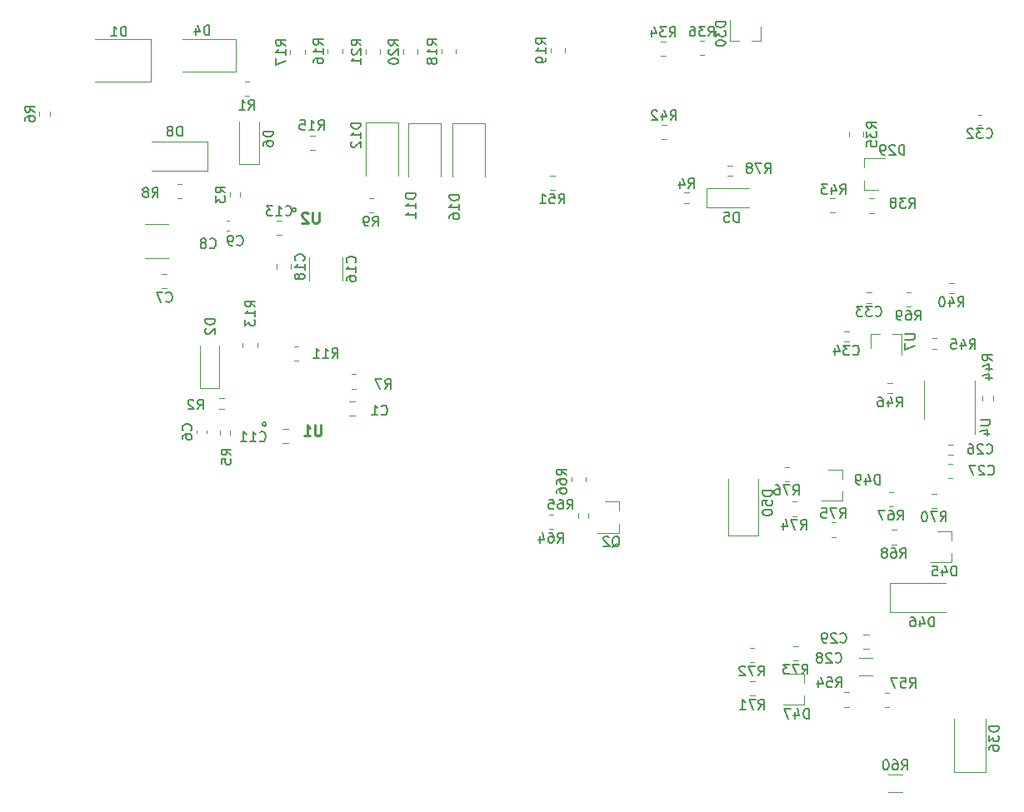
<source format=gbr>
%TF.GenerationSoftware,KiCad,Pcbnew,(5.1.9)-1*%
%TF.CreationDate,2021-01-26T21:07:48+02:00*%
%TF.ProjectId,Car_bs_controller_nex_mega,4361725f-6273-45f6-936f-6e74726f6c6c,rev?*%
%TF.SameCoordinates,Original*%
%TF.FileFunction,Legend,Bot*%
%TF.FilePolarity,Positive*%
%FSLAX46Y46*%
G04 Gerber Fmt 4.6, Leading zero omitted, Abs format (unit mm)*
G04 Created by KiCad (PCBNEW (5.1.9)-1) date 2021-01-26 21:07:48*
%MOMM*%
%LPD*%
G01*
G04 APERTURE LIST*
%ADD10C,0.120000*%
%ADD11C,0.127000*%
%ADD12C,0.150000*%
%ADD13C,0.254000*%
G04 APERTURE END LIST*
D10*
%TO.C,R78*%
X129579602Y-60313040D02*
X130054118Y-60313040D01*
X129579602Y-61358040D02*
X130054118Y-61358040D01*
%TO.C,U7*%
X144119000Y-77411000D02*
X145049000Y-77411000D01*
X147279000Y-77411000D02*
X146349000Y-77411000D01*
X147279000Y-77411000D02*
X147279000Y-79571000D01*
X144119000Y-77411000D02*
X144119000Y-78871000D01*
%TO.C,U4*%
X149586000Y-84123800D02*
X149586000Y-82173800D01*
X149586000Y-84123800D02*
X149586000Y-86073800D01*
X154706000Y-84123800D02*
X154706000Y-82173800D01*
X154706000Y-84123800D02*
X154706000Y-87573800D01*
D11*
%TO.C,U2*%
X85767666Y-64828420D02*
G75*
G03*
X85767666Y-64828420I-197566J0D01*
G01*
%TO.C,U1*%
X82719666Y-86596220D02*
G75*
G03*
X82719666Y-86596220I-197566J0D01*
G01*
D10*
%TO.C,R76*%
X135395936Y-92423900D02*
X135850064Y-92423900D01*
X135395936Y-90953900D02*
X135850064Y-90953900D01*
%TO.C,R75*%
X140598064Y-96592700D02*
X140143936Y-96592700D01*
X140598064Y-98062700D02*
X140143936Y-98062700D01*
%TO.C,R74*%
X136177936Y-95939300D02*
X136632064Y-95939300D01*
X136177936Y-94469300D02*
X136632064Y-94469300D01*
%TO.C,R73*%
X136314936Y-110631000D02*
X136769064Y-110631000D01*
X136314936Y-109161000D02*
X136769064Y-109161000D01*
%TO.C,R72*%
X131847936Y-110803000D02*
X132302064Y-110803000D01*
X131847936Y-109333000D02*
X132302064Y-109333000D01*
%TO.C,R71*%
X131889936Y-114202000D02*
X132344064Y-114202000D01*
X131889936Y-112732000D02*
X132344064Y-112732000D01*
%TO.C,R70*%
X150357936Y-95116300D02*
X150812064Y-95116300D01*
X150357936Y-93646300D02*
X150812064Y-93646300D01*
%TO.C,R69*%
X147780936Y-74654100D02*
X148235064Y-74654100D01*
X147780936Y-73184100D02*
X148235064Y-73184100D01*
%TO.C,R68*%
X146281936Y-98819600D02*
X146736064Y-98819600D01*
X146281936Y-97349600D02*
X146736064Y-97349600D01*
%TO.C,R67*%
X145998936Y-94979200D02*
X146453064Y-94979200D01*
X145998936Y-93509200D02*
X146453064Y-93509200D01*
%TO.C,R66*%
X115213000Y-92436064D02*
X115213000Y-91981936D01*
X113743000Y-92436064D02*
X113743000Y-91981936D01*
%TO.C,R60*%
X147387064Y-122178000D02*
X145932936Y-122178000D01*
X147387064Y-123998000D02*
X145932936Y-123998000D01*
%TO.C,R57*%
X146053064Y-113880000D02*
X145598936Y-113880000D01*
X146053064Y-115350000D02*
X145598936Y-115350000D01*
%TO.C,R54*%
X141923064Y-113865000D02*
X141468936Y-113865000D01*
X141923064Y-115335000D02*
X141468936Y-115335000D01*
%TO.C,R51*%
X111575936Y-62802400D02*
X112030064Y-62802400D01*
X111575936Y-61332400D02*
X112030064Y-61332400D01*
%TO.C,R46*%
X145881742Y-83468700D02*
X146356258Y-83468700D01*
X145881742Y-82423700D02*
X146356258Y-82423700D01*
%TO.C,R45*%
X150372742Y-78924700D02*
X150847258Y-78924700D01*
X150372742Y-77879700D02*
X150847258Y-77879700D01*
%TO.C,R44*%
X155527500Y-83720442D02*
X155527500Y-84194958D01*
X156572500Y-83720442D02*
X156572500Y-84194958D01*
%TO.C,R43*%
X140038936Y-65088400D02*
X140493064Y-65088400D01*
X140038936Y-63618400D02*
X140493064Y-63618400D01*
%TO.C,R42*%
X123385944Y-56150840D02*
X122931816Y-56150840D01*
X123385944Y-57620840D02*
X122931816Y-57620840D01*
%TO.C,R40*%
X152137742Y-73288400D02*
X152612258Y-73288400D01*
X152137742Y-72243400D02*
X152612258Y-72243400D01*
%TO.C,R38*%
X144465064Y-63664200D02*
X144010936Y-63664200D01*
X144465064Y-65134200D02*
X144010936Y-65134200D01*
%TO.C,R36*%
X127240064Y-47611400D02*
X126785936Y-47611400D01*
X127240064Y-49081400D02*
X126785936Y-49081400D01*
%TO.C,R35*%
X143381000Y-57346564D02*
X143381000Y-56892436D01*
X141911000Y-57346564D02*
X141911000Y-56892436D01*
%TO.C,R34*%
X123297064Y-47687600D02*
X122842936Y-47687600D01*
X123297064Y-49157600D02*
X122842936Y-49157600D01*
%TO.C,R21*%
X92833500Y-48486936D02*
X92833500Y-48941064D01*
X94303500Y-48486936D02*
X94303500Y-48941064D01*
%TO.C,R20*%
X96623200Y-48508536D02*
X96623200Y-48962664D01*
X98093200Y-48508536D02*
X98093200Y-48962664D01*
%TO.C,R19*%
X111614000Y-48366336D02*
X111614000Y-48820464D01*
X113084000Y-48366336D02*
X113084000Y-48820464D01*
%TO.C,R18*%
X100530000Y-48476836D02*
X100530000Y-48930964D01*
X102000000Y-48476836D02*
X102000000Y-48930964D01*
%TO.C,R17*%
X85178000Y-48518736D02*
X85178000Y-48972864D01*
X86648000Y-48518736D02*
X86648000Y-48972864D01*
%TO.C,R16*%
X88977800Y-48456436D02*
X88977800Y-48910564D01*
X90447800Y-48456436D02*
X90447800Y-48910564D01*
%TO.C,R15*%
X87181336Y-58738400D02*
X87635464Y-58738400D01*
X87181336Y-57268400D02*
X87635464Y-57268400D01*
%TO.C,R13*%
X81801600Y-78792464D02*
X81801600Y-78338336D01*
X80331600Y-78792464D02*
X80331600Y-78338336D01*
%TO.C,R11*%
X85525236Y-80155700D02*
X85979364Y-80155700D01*
X85525236Y-78685700D02*
X85979364Y-78685700D01*
%TO.C,R9*%
X93158536Y-65093500D02*
X93612664Y-65093500D01*
X93158536Y-63623500D02*
X93612664Y-63623500D01*
%TO.C,R8*%
X74148064Y-62180800D02*
X73693936Y-62180800D01*
X74148064Y-63650800D02*
X73693936Y-63650800D01*
%TO.C,R7*%
X91383736Y-83000500D02*
X91837864Y-83000500D01*
X91383736Y-81530500D02*
X91837864Y-81530500D01*
%TO.C,R6*%
X59680600Y-54801542D02*
X59680600Y-55276058D01*
X60725600Y-54801542D02*
X60725600Y-55276058D01*
%TO.C,R5*%
X78004100Y-87206842D02*
X78004100Y-87681358D01*
X79049100Y-87206842D02*
X79049100Y-87681358D01*
%TO.C,R4*%
X125691258Y-63074000D02*
X125216742Y-63074000D01*
X125691258Y-64119000D02*
X125216742Y-64119000D01*
%TO.C,R3*%
X79020100Y-63003642D02*
X79020100Y-63478158D01*
X80065100Y-63003642D02*
X80065100Y-63478158D01*
%TO.C,R2*%
X77946942Y-85028300D02*
X78421458Y-85028300D01*
X77946942Y-83983300D02*
X78421458Y-83983300D01*
%TO.C,R1*%
X80541736Y-53241900D02*
X80995864Y-53241900D01*
X80541736Y-51771900D02*
X80995864Y-51771900D01*
%TO.C,D50*%
X132685920Y-92189900D02*
X132685920Y-97889900D01*
X132685920Y-97889900D02*
X129685920Y-97889900D01*
X129685920Y-97889900D02*
X129685920Y-92189900D01*
%TO.C,D49*%
X141294000Y-91201100D02*
X141294000Y-92131100D01*
X141294000Y-94361100D02*
X141294000Y-93431100D01*
X141294000Y-94361100D02*
X139134000Y-94361100D01*
X141294000Y-91201100D02*
X139834000Y-91201100D01*
%TO.C,D47*%
X137407000Y-111978000D02*
X137407000Y-112908000D01*
X137407000Y-115138000D02*
X137407000Y-114208000D01*
X137407000Y-115138000D02*
X135247000Y-115138000D01*
X137407000Y-111978000D02*
X135947000Y-111978000D01*
%TO.C,D46*%
X151790100Y-105728900D02*
X146090100Y-105728900D01*
X146090100Y-105728900D02*
X146090100Y-102728900D01*
X146090100Y-102728900D02*
X151790100Y-102728900D01*
%TO.C,D45*%
X152399000Y-97480000D02*
X152399000Y-98410000D01*
X152399000Y-100640000D02*
X152399000Y-99710000D01*
X152399000Y-100640000D02*
X150239000Y-100640000D01*
X152399000Y-97480000D02*
X150939000Y-97480000D01*
%TO.C,D36*%
X155874000Y-121942000D02*
X152574000Y-121942000D01*
X152574000Y-121942000D02*
X152574000Y-116542000D01*
X155874000Y-121942000D02*
X155874000Y-116542000D01*
%TO.C,D30*%
X133011000Y-47643300D02*
X132081000Y-47643300D01*
X129851000Y-47643300D02*
X130781000Y-47643300D01*
X129851000Y-47643300D02*
X129851000Y-45483300D01*
X133011000Y-47643300D02*
X133011000Y-46183300D01*
%TO.C,D29*%
X143437000Y-62753400D02*
X143437000Y-61823400D01*
X143437000Y-59593400D02*
X143437000Y-60523400D01*
X143437000Y-59593400D02*
X145597000Y-59593400D01*
X143437000Y-62753400D02*
X144897000Y-62753400D01*
%TO.C,D16*%
X101621000Y-56044600D02*
X104921000Y-56044600D01*
X104921000Y-56044600D02*
X104921000Y-61444600D01*
X101621000Y-56044600D02*
X101621000Y-61444600D01*
%TO.C,D12*%
X92817700Y-55943000D02*
X96117700Y-55943000D01*
X96117700Y-55943000D02*
X96117700Y-61343000D01*
X92817700Y-55943000D02*
X92817700Y-61343000D01*
%TO.C,D11*%
X97186500Y-56024300D02*
X100486500Y-56024300D01*
X100486500Y-56024300D02*
X100486500Y-61424300D01*
X97186500Y-56024300D02*
X97186500Y-61424300D01*
%TO.C,D8*%
X71044400Y-57849600D02*
X76744400Y-57849600D01*
X76744400Y-57849600D02*
X76744400Y-60849600D01*
X76744400Y-60849600D02*
X71044400Y-60849600D01*
%TO.C,D6*%
X81965000Y-55814100D02*
X81965000Y-60114100D01*
X81965000Y-60114100D02*
X79965000Y-60114100D01*
X79965000Y-60114100D02*
X79965000Y-55814100D01*
%TO.C,D5*%
X131747000Y-64586400D02*
X127447000Y-64586400D01*
X127447000Y-64586400D02*
X127447000Y-62586400D01*
X127447000Y-62586400D02*
X131747000Y-62586400D01*
%TO.C,D4*%
X79620300Y-47453300D02*
X79620300Y-50753300D01*
X79620300Y-50753300D02*
X74220300Y-50753300D01*
X79620300Y-47453300D02*
X74220300Y-47453300D01*
%TO.C,D2*%
X77951800Y-78641000D02*
X77951800Y-82941000D01*
X77951800Y-82941000D02*
X75951800Y-82941000D01*
X75951800Y-82941000D02*
X75951800Y-78641000D01*
%TO.C,D1*%
X70990900Y-47456200D02*
X70990900Y-51756200D01*
X70990900Y-51756200D02*
X65290900Y-51756200D01*
X70990900Y-47456200D02*
X65290900Y-47456200D01*
%TO.C,C34*%
X141451742Y-78210900D02*
X141926258Y-78210900D01*
X141451742Y-77165900D02*
X141926258Y-77165900D01*
%TO.C,C33*%
X143742742Y-74263800D02*
X144217258Y-74263800D01*
X143742742Y-73218800D02*
X144217258Y-73218800D01*
%TO.C,C32*%
X155099420Y-56161400D02*
X155380580Y-56161400D01*
X155099420Y-55141400D02*
X155380580Y-55141400D01*
%TO.C,C29*%
X143939252Y-107972000D02*
X143416748Y-107972000D01*
X143939252Y-109442000D02*
X143416748Y-109442000D01*
%TO.C,C28*%
X144351252Y-110352000D02*
X142928748Y-110352000D01*
X144351252Y-112172000D02*
X142928748Y-112172000D01*
%TO.C,C27*%
X152471064Y-90639000D02*
X152016936Y-90639000D01*
X152471064Y-92109000D02*
X152016936Y-92109000D01*
%TO.C,C26*%
X152508258Y-88662000D02*
X152033742Y-88662000D01*
X152508258Y-89707000D02*
X152033742Y-89707000D01*
%TO.C,C18*%
X85230600Y-70863052D02*
X85230600Y-70340548D01*
X83760600Y-70863052D02*
X83760600Y-70340548D01*
%TO.C,C16*%
X90472800Y-71979252D02*
X90472800Y-69656748D01*
X87052800Y-71979252D02*
X87052800Y-69656748D01*
%TO.C,C13*%
X84289552Y-65894300D02*
X83767048Y-65894300D01*
X84289552Y-67364300D02*
X83767048Y-67364300D01*
%TO.C,C11*%
X84929552Y-87077900D02*
X84407048Y-87077900D01*
X84929552Y-88547900D02*
X84407048Y-88547900D01*
%TO.C,C9*%
X78956780Y-65921200D02*
X78675620Y-65921200D01*
X78956780Y-66941200D02*
X78675620Y-66941200D01*
%TO.C,C8*%
X72761052Y-66275600D02*
X70438548Y-66275600D01*
X72761052Y-69695600D02*
X70438548Y-69695600D01*
%TO.C,C7*%
X72123648Y-72789700D02*
X72646152Y-72789700D01*
X72123648Y-71319700D02*
X72646152Y-71319700D01*
%TO.C,C6*%
X75644300Y-87253520D02*
X75644300Y-87534680D01*
X76664300Y-87253520D02*
X76664300Y-87534680D01*
%TO.C,C1*%
X91183848Y-85728500D02*
X91706352Y-85728500D01*
X91183848Y-84258500D02*
X91706352Y-84258500D01*
%TO.C,Q2*%
X118561000Y-94467600D02*
X117101000Y-94467600D01*
X118561000Y-97627600D02*
X116401000Y-97627600D01*
X118561000Y-97627600D02*
X118561000Y-96697600D01*
X118561000Y-94467600D02*
X118561000Y-95397600D01*
%TO.C,R64*%
X111453936Y-95805300D02*
X111908064Y-95805300D01*
X111453936Y-97275300D02*
X111908064Y-97275300D01*
%TO.C,R65*%
X114442500Y-96112058D02*
X114442500Y-95637542D01*
X115487500Y-96112058D02*
X115487500Y-95637542D01*
%TO.C,R78*%
D12*
X133421357Y-61061860D02*
X133754690Y-60585670D01*
X133992785Y-61061860D02*
X133992785Y-60061860D01*
X133611833Y-60061860D01*
X133516595Y-60109480D01*
X133468976Y-60157099D01*
X133421357Y-60252337D01*
X133421357Y-60395194D01*
X133468976Y-60490432D01*
X133516595Y-60538051D01*
X133611833Y-60585670D01*
X133992785Y-60585670D01*
X133088023Y-60061860D02*
X132421357Y-60061860D01*
X132849928Y-61061860D01*
X131897547Y-60490432D02*
X131992785Y-60442813D01*
X132040404Y-60395194D01*
X132088023Y-60299956D01*
X132088023Y-60252337D01*
X132040404Y-60157099D01*
X131992785Y-60109480D01*
X131897547Y-60061860D01*
X131707071Y-60061860D01*
X131611833Y-60109480D01*
X131564214Y-60157099D01*
X131516595Y-60252337D01*
X131516595Y-60299956D01*
X131564214Y-60395194D01*
X131611833Y-60442813D01*
X131707071Y-60490432D01*
X131897547Y-60490432D01*
X131992785Y-60538051D01*
X132040404Y-60585670D01*
X132088023Y-60680908D01*
X132088023Y-60871384D01*
X132040404Y-60966622D01*
X131992785Y-61014241D01*
X131897547Y-61061860D01*
X131707071Y-61061860D01*
X131611833Y-61014241D01*
X131564214Y-60966622D01*
X131516595Y-60871384D01*
X131516595Y-60680908D01*
X131564214Y-60585670D01*
X131611833Y-60538051D01*
X131707071Y-60490432D01*
%TO.C,U7*%
X147651380Y-77409095D02*
X148460904Y-77409095D01*
X148556142Y-77456714D01*
X148603761Y-77504333D01*
X148651380Y-77599571D01*
X148651380Y-77790047D01*
X148603761Y-77885285D01*
X148556142Y-77932904D01*
X148460904Y-77980523D01*
X147651380Y-77980523D01*
X147651380Y-78361476D02*
X147651380Y-79028142D01*
X148651380Y-78599571D01*
%TO.C,U4*%
X155296620Y-86128995D02*
X156106144Y-86128995D01*
X156201382Y-86176614D01*
X156249001Y-86224233D01*
X156296620Y-86319471D01*
X156296620Y-86509947D01*
X156249001Y-86605185D01*
X156201382Y-86652804D01*
X156106144Y-86700423D01*
X155296620Y-86700423D01*
X155629954Y-87605185D02*
X156296620Y-87605185D01*
X155249001Y-87367090D02*
X155963287Y-87128995D01*
X155963287Y-87748042D01*
%TO.C,U2*%
D13*
X88071895Y-65056619D02*
X88071895Y-65947095D01*
X88019514Y-66051857D01*
X87967133Y-66104238D01*
X87862371Y-66156619D01*
X87652847Y-66156619D01*
X87548085Y-66104238D01*
X87495704Y-66051857D01*
X87443323Y-65947095D01*
X87443323Y-65056619D01*
X86971895Y-65161380D02*
X86919514Y-65109000D01*
X86814752Y-65056619D01*
X86552847Y-65056619D01*
X86448085Y-65109000D01*
X86395704Y-65161380D01*
X86343323Y-65266142D01*
X86343323Y-65370904D01*
X86395704Y-65528047D01*
X87024276Y-66156619D01*
X86343323Y-66156619D01*
%TO.C,U1*%
X88290335Y-86651699D02*
X88290335Y-87542175D01*
X88237954Y-87646937D01*
X88185573Y-87699318D01*
X88080811Y-87751699D01*
X87871287Y-87751699D01*
X87766525Y-87699318D01*
X87714144Y-87646937D01*
X87661763Y-87542175D01*
X87661763Y-86651699D01*
X86561763Y-87751699D02*
X87190335Y-87751699D01*
X86876049Y-87751699D02*
X86876049Y-86651699D01*
X86980811Y-86808841D01*
X87085573Y-86913603D01*
X87190335Y-86965984D01*
%TO.C,R76*%
D12*
X136265857Y-93791280D02*
X136599190Y-93315090D01*
X136837285Y-93791280D02*
X136837285Y-92791280D01*
X136456333Y-92791280D01*
X136361095Y-92838900D01*
X136313476Y-92886519D01*
X136265857Y-92981757D01*
X136265857Y-93124614D01*
X136313476Y-93219852D01*
X136361095Y-93267471D01*
X136456333Y-93315090D01*
X136837285Y-93315090D01*
X135932523Y-92791280D02*
X135265857Y-92791280D01*
X135694428Y-93791280D01*
X134456333Y-92791280D02*
X134646809Y-92791280D01*
X134742047Y-92838900D01*
X134789666Y-92886519D01*
X134884904Y-93029376D01*
X134932523Y-93219852D01*
X134932523Y-93600804D01*
X134884904Y-93696042D01*
X134837285Y-93743661D01*
X134742047Y-93791280D01*
X134551571Y-93791280D01*
X134456333Y-93743661D01*
X134408714Y-93696042D01*
X134361095Y-93600804D01*
X134361095Y-93362709D01*
X134408714Y-93267471D01*
X134456333Y-93219852D01*
X134551571Y-93172233D01*
X134742047Y-93172233D01*
X134837285Y-93219852D01*
X134884904Y-93267471D01*
X134932523Y-93362709D01*
%TO.C,R75*%
X141013857Y-96130080D02*
X141347190Y-95653890D01*
X141585285Y-96130080D02*
X141585285Y-95130080D01*
X141204333Y-95130080D01*
X141109095Y-95177700D01*
X141061476Y-95225319D01*
X141013857Y-95320557D01*
X141013857Y-95463414D01*
X141061476Y-95558652D01*
X141109095Y-95606271D01*
X141204333Y-95653890D01*
X141585285Y-95653890D01*
X140680523Y-95130080D02*
X140013857Y-95130080D01*
X140442428Y-96130080D01*
X139156714Y-95130080D02*
X139632904Y-95130080D01*
X139680523Y-95606271D01*
X139632904Y-95558652D01*
X139537666Y-95511033D01*
X139299571Y-95511033D01*
X139204333Y-95558652D01*
X139156714Y-95606271D01*
X139109095Y-95701509D01*
X139109095Y-95939604D01*
X139156714Y-96034842D01*
X139204333Y-96082461D01*
X139299571Y-96130080D01*
X139537666Y-96130080D01*
X139632904Y-96082461D01*
X139680523Y-96034842D01*
%TO.C,R74*%
X137047857Y-97306680D02*
X137381190Y-96830490D01*
X137619285Y-97306680D02*
X137619285Y-96306680D01*
X137238333Y-96306680D01*
X137143095Y-96354300D01*
X137095476Y-96401919D01*
X137047857Y-96497157D01*
X137047857Y-96640014D01*
X137095476Y-96735252D01*
X137143095Y-96782871D01*
X137238333Y-96830490D01*
X137619285Y-96830490D01*
X136714523Y-96306680D02*
X136047857Y-96306680D01*
X136476428Y-97306680D01*
X135238333Y-96640014D02*
X135238333Y-97306680D01*
X135476428Y-96259061D02*
X135714523Y-96973347D01*
X135095476Y-96973347D01*
%TO.C,R73*%
X137184857Y-111998380D02*
X137518190Y-111522190D01*
X137756285Y-111998380D02*
X137756285Y-110998380D01*
X137375333Y-110998380D01*
X137280095Y-111046000D01*
X137232476Y-111093619D01*
X137184857Y-111188857D01*
X137184857Y-111331714D01*
X137232476Y-111426952D01*
X137280095Y-111474571D01*
X137375333Y-111522190D01*
X137756285Y-111522190D01*
X136851523Y-110998380D02*
X136184857Y-110998380D01*
X136613428Y-111998380D01*
X135899142Y-110998380D02*
X135280095Y-110998380D01*
X135613428Y-111379333D01*
X135470571Y-111379333D01*
X135375333Y-111426952D01*
X135327714Y-111474571D01*
X135280095Y-111569809D01*
X135280095Y-111807904D01*
X135327714Y-111903142D01*
X135375333Y-111950761D01*
X135470571Y-111998380D01*
X135756285Y-111998380D01*
X135851523Y-111950761D01*
X135899142Y-111903142D01*
%TO.C,R72*%
X132717857Y-112170380D02*
X133051190Y-111694190D01*
X133289285Y-112170380D02*
X133289285Y-111170380D01*
X132908333Y-111170380D01*
X132813095Y-111218000D01*
X132765476Y-111265619D01*
X132717857Y-111360857D01*
X132717857Y-111503714D01*
X132765476Y-111598952D01*
X132813095Y-111646571D01*
X132908333Y-111694190D01*
X133289285Y-111694190D01*
X132384523Y-111170380D02*
X131717857Y-111170380D01*
X132146428Y-112170380D01*
X131384523Y-111265619D02*
X131336904Y-111218000D01*
X131241666Y-111170380D01*
X131003571Y-111170380D01*
X130908333Y-111218000D01*
X130860714Y-111265619D01*
X130813095Y-111360857D01*
X130813095Y-111456095D01*
X130860714Y-111598952D01*
X131432142Y-112170380D01*
X130813095Y-112170380D01*
%TO.C,R71*%
X132759857Y-115569380D02*
X133093190Y-115093190D01*
X133331285Y-115569380D02*
X133331285Y-114569380D01*
X132950333Y-114569380D01*
X132855095Y-114617000D01*
X132807476Y-114664619D01*
X132759857Y-114759857D01*
X132759857Y-114902714D01*
X132807476Y-114997952D01*
X132855095Y-115045571D01*
X132950333Y-115093190D01*
X133331285Y-115093190D01*
X132426523Y-114569380D02*
X131759857Y-114569380D01*
X132188428Y-115569380D01*
X130855095Y-115569380D02*
X131426523Y-115569380D01*
X131140809Y-115569380D02*
X131140809Y-114569380D01*
X131236047Y-114712238D01*
X131331285Y-114807476D01*
X131426523Y-114855095D01*
%TO.C,R70*%
X151227857Y-96483680D02*
X151561190Y-96007490D01*
X151799285Y-96483680D02*
X151799285Y-95483680D01*
X151418333Y-95483680D01*
X151323095Y-95531300D01*
X151275476Y-95578919D01*
X151227857Y-95674157D01*
X151227857Y-95817014D01*
X151275476Y-95912252D01*
X151323095Y-95959871D01*
X151418333Y-96007490D01*
X151799285Y-96007490D01*
X150894523Y-95483680D02*
X150227857Y-95483680D01*
X150656428Y-96483680D01*
X149656428Y-95483680D02*
X149561190Y-95483680D01*
X149465952Y-95531300D01*
X149418333Y-95578919D01*
X149370714Y-95674157D01*
X149323095Y-95864633D01*
X149323095Y-96102728D01*
X149370714Y-96293204D01*
X149418333Y-96388442D01*
X149465952Y-96436061D01*
X149561190Y-96483680D01*
X149656428Y-96483680D01*
X149751666Y-96436061D01*
X149799285Y-96388442D01*
X149846904Y-96293204D01*
X149894523Y-96102728D01*
X149894523Y-95864633D01*
X149846904Y-95674157D01*
X149799285Y-95578919D01*
X149751666Y-95531300D01*
X149656428Y-95483680D01*
%TO.C,R69*%
X148650857Y-76021480D02*
X148984190Y-75545290D01*
X149222285Y-76021480D02*
X149222285Y-75021480D01*
X148841333Y-75021480D01*
X148746095Y-75069100D01*
X148698476Y-75116719D01*
X148650857Y-75211957D01*
X148650857Y-75354814D01*
X148698476Y-75450052D01*
X148746095Y-75497671D01*
X148841333Y-75545290D01*
X149222285Y-75545290D01*
X147793714Y-75021480D02*
X147984190Y-75021480D01*
X148079428Y-75069100D01*
X148127047Y-75116719D01*
X148222285Y-75259576D01*
X148269904Y-75450052D01*
X148269904Y-75831004D01*
X148222285Y-75926242D01*
X148174666Y-75973861D01*
X148079428Y-76021480D01*
X147888952Y-76021480D01*
X147793714Y-75973861D01*
X147746095Y-75926242D01*
X147698476Y-75831004D01*
X147698476Y-75592909D01*
X147746095Y-75497671D01*
X147793714Y-75450052D01*
X147888952Y-75402433D01*
X148079428Y-75402433D01*
X148174666Y-75450052D01*
X148222285Y-75497671D01*
X148269904Y-75592909D01*
X147222285Y-76021480D02*
X147031809Y-76021480D01*
X146936571Y-75973861D01*
X146888952Y-75926242D01*
X146793714Y-75783385D01*
X146746095Y-75592909D01*
X146746095Y-75211957D01*
X146793714Y-75116719D01*
X146841333Y-75069100D01*
X146936571Y-75021480D01*
X147127047Y-75021480D01*
X147222285Y-75069100D01*
X147269904Y-75116719D01*
X147317523Y-75211957D01*
X147317523Y-75450052D01*
X147269904Y-75545290D01*
X147222285Y-75592909D01*
X147127047Y-75640528D01*
X146936571Y-75640528D01*
X146841333Y-75592909D01*
X146793714Y-75545290D01*
X146746095Y-75450052D01*
%TO.C,R68*%
X147151857Y-100186980D02*
X147485190Y-99710790D01*
X147723285Y-100186980D02*
X147723285Y-99186980D01*
X147342333Y-99186980D01*
X147247095Y-99234600D01*
X147199476Y-99282219D01*
X147151857Y-99377457D01*
X147151857Y-99520314D01*
X147199476Y-99615552D01*
X147247095Y-99663171D01*
X147342333Y-99710790D01*
X147723285Y-99710790D01*
X146294714Y-99186980D02*
X146485190Y-99186980D01*
X146580428Y-99234600D01*
X146628047Y-99282219D01*
X146723285Y-99425076D01*
X146770904Y-99615552D01*
X146770904Y-99996504D01*
X146723285Y-100091742D01*
X146675666Y-100139361D01*
X146580428Y-100186980D01*
X146389952Y-100186980D01*
X146294714Y-100139361D01*
X146247095Y-100091742D01*
X146199476Y-99996504D01*
X146199476Y-99758409D01*
X146247095Y-99663171D01*
X146294714Y-99615552D01*
X146389952Y-99567933D01*
X146580428Y-99567933D01*
X146675666Y-99615552D01*
X146723285Y-99663171D01*
X146770904Y-99758409D01*
X145628047Y-99615552D02*
X145723285Y-99567933D01*
X145770904Y-99520314D01*
X145818523Y-99425076D01*
X145818523Y-99377457D01*
X145770904Y-99282219D01*
X145723285Y-99234600D01*
X145628047Y-99186980D01*
X145437571Y-99186980D01*
X145342333Y-99234600D01*
X145294714Y-99282219D01*
X145247095Y-99377457D01*
X145247095Y-99425076D01*
X145294714Y-99520314D01*
X145342333Y-99567933D01*
X145437571Y-99615552D01*
X145628047Y-99615552D01*
X145723285Y-99663171D01*
X145770904Y-99710790D01*
X145818523Y-99806028D01*
X145818523Y-99996504D01*
X145770904Y-100091742D01*
X145723285Y-100139361D01*
X145628047Y-100186980D01*
X145437571Y-100186980D01*
X145342333Y-100139361D01*
X145294714Y-100091742D01*
X145247095Y-99996504D01*
X145247095Y-99806028D01*
X145294714Y-99710790D01*
X145342333Y-99663171D01*
X145437571Y-99615552D01*
%TO.C,R67*%
X146868857Y-96346580D02*
X147202190Y-95870390D01*
X147440285Y-96346580D02*
X147440285Y-95346580D01*
X147059333Y-95346580D01*
X146964095Y-95394200D01*
X146916476Y-95441819D01*
X146868857Y-95537057D01*
X146868857Y-95679914D01*
X146916476Y-95775152D01*
X146964095Y-95822771D01*
X147059333Y-95870390D01*
X147440285Y-95870390D01*
X146011714Y-95346580D02*
X146202190Y-95346580D01*
X146297428Y-95394200D01*
X146345047Y-95441819D01*
X146440285Y-95584676D01*
X146487904Y-95775152D01*
X146487904Y-96156104D01*
X146440285Y-96251342D01*
X146392666Y-96298961D01*
X146297428Y-96346580D01*
X146106952Y-96346580D01*
X146011714Y-96298961D01*
X145964095Y-96251342D01*
X145916476Y-96156104D01*
X145916476Y-95918009D01*
X145964095Y-95822771D01*
X146011714Y-95775152D01*
X146106952Y-95727533D01*
X146297428Y-95727533D01*
X146392666Y-95775152D01*
X146440285Y-95822771D01*
X146487904Y-95918009D01*
X145583142Y-95346580D02*
X144916476Y-95346580D01*
X145345047Y-96346580D01*
%TO.C,R66*%
X113225381Y-91771143D02*
X112749191Y-91437810D01*
X113225381Y-91199715D02*
X112225381Y-91199715D01*
X112225381Y-91580667D01*
X112273001Y-91675905D01*
X112320620Y-91723524D01*
X112415858Y-91771143D01*
X112558715Y-91771143D01*
X112653953Y-91723524D01*
X112701572Y-91675905D01*
X112749191Y-91580667D01*
X112749191Y-91199715D01*
X112225381Y-92628286D02*
X112225381Y-92437810D01*
X112273001Y-92342572D01*
X112320620Y-92294953D01*
X112463477Y-92199715D01*
X112653953Y-92152096D01*
X113034905Y-92152096D01*
X113130143Y-92199715D01*
X113177762Y-92247334D01*
X113225381Y-92342572D01*
X113225381Y-92533048D01*
X113177762Y-92628286D01*
X113130143Y-92675905D01*
X113034905Y-92723524D01*
X112796810Y-92723524D01*
X112701572Y-92675905D01*
X112653953Y-92628286D01*
X112606334Y-92533048D01*
X112606334Y-92342572D01*
X112653953Y-92247334D01*
X112701572Y-92199715D01*
X112796810Y-92152096D01*
X112225381Y-93580667D02*
X112225381Y-93390191D01*
X112273001Y-93294953D01*
X112320620Y-93247334D01*
X112463477Y-93152096D01*
X112653953Y-93104477D01*
X113034905Y-93104477D01*
X113130143Y-93152096D01*
X113177762Y-93199715D01*
X113225381Y-93294953D01*
X113225381Y-93485429D01*
X113177762Y-93580667D01*
X113130143Y-93628286D01*
X113034905Y-93675905D01*
X112796810Y-93675905D01*
X112701572Y-93628286D01*
X112653953Y-93580667D01*
X112606334Y-93485429D01*
X112606334Y-93294953D01*
X112653953Y-93199715D01*
X112701572Y-93152096D01*
X112796810Y-93104477D01*
%TO.C,R60*%
X147302857Y-121720380D02*
X147636190Y-121244190D01*
X147874285Y-121720380D02*
X147874285Y-120720380D01*
X147493333Y-120720380D01*
X147398095Y-120768000D01*
X147350476Y-120815619D01*
X147302857Y-120910857D01*
X147302857Y-121053714D01*
X147350476Y-121148952D01*
X147398095Y-121196571D01*
X147493333Y-121244190D01*
X147874285Y-121244190D01*
X146445714Y-120720380D02*
X146636190Y-120720380D01*
X146731428Y-120768000D01*
X146779047Y-120815619D01*
X146874285Y-120958476D01*
X146921904Y-121148952D01*
X146921904Y-121529904D01*
X146874285Y-121625142D01*
X146826666Y-121672761D01*
X146731428Y-121720380D01*
X146540952Y-121720380D01*
X146445714Y-121672761D01*
X146398095Y-121625142D01*
X146350476Y-121529904D01*
X146350476Y-121291809D01*
X146398095Y-121196571D01*
X146445714Y-121148952D01*
X146540952Y-121101333D01*
X146731428Y-121101333D01*
X146826666Y-121148952D01*
X146874285Y-121196571D01*
X146921904Y-121291809D01*
X145731428Y-120720380D02*
X145636190Y-120720380D01*
X145540952Y-120768000D01*
X145493333Y-120815619D01*
X145445714Y-120910857D01*
X145398095Y-121101333D01*
X145398095Y-121339428D01*
X145445714Y-121529904D01*
X145493333Y-121625142D01*
X145540952Y-121672761D01*
X145636190Y-121720380D01*
X145731428Y-121720380D01*
X145826666Y-121672761D01*
X145874285Y-121625142D01*
X145921904Y-121529904D01*
X145969523Y-121339428D01*
X145969523Y-121101333D01*
X145921904Y-120910857D01*
X145874285Y-120815619D01*
X145826666Y-120768000D01*
X145731428Y-120720380D01*
%TO.C,R57*%
X148109697Y-113380820D02*
X148443030Y-112904630D01*
X148681125Y-113380820D02*
X148681125Y-112380820D01*
X148300173Y-112380820D01*
X148204935Y-112428440D01*
X148157316Y-112476059D01*
X148109697Y-112571297D01*
X148109697Y-112714154D01*
X148157316Y-112809392D01*
X148204935Y-112857011D01*
X148300173Y-112904630D01*
X148681125Y-112904630D01*
X147204935Y-112380820D02*
X147681125Y-112380820D01*
X147728744Y-112857011D01*
X147681125Y-112809392D01*
X147585887Y-112761773D01*
X147347792Y-112761773D01*
X147252554Y-112809392D01*
X147204935Y-112857011D01*
X147157316Y-112952249D01*
X147157316Y-113190344D01*
X147204935Y-113285582D01*
X147252554Y-113333201D01*
X147347792Y-113380820D01*
X147585887Y-113380820D01*
X147681125Y-113333201D01*
X147728744Y-113285582D01*
X146823982Y-112380820D02*
X146157316Y-112380820D01*
X146585887Y-113380820D01*
%TO.C,R54*%
X140626897Y-113330260D02*
X140960230Y-112854070D01*
X141198325Y-113330260D02*
X141198325Y-112330260D01*
X140817373Y-112330260D01*
X140722135Y-112377880D01*
X140674516Y-112425499D01*
X140626897Y-112520737D01*
X140626897Y-112663594D01*
X140674516Y-112758832D01*
X140722135Y-112806451D01*
X140817373Y-112854070D01*
X141198325Y-112854070D01*
X139722135Y-112330260D02*
X140198325Y-112330260D01*
X140245944Y-112806451D01*
X140198325Y-112758832D01*
X140103087Y-112711213D01*
X139864992Y-112711213D01*
X139769754Y-112758832D01*
X139722135Y-112806451D01*
X139674516Y-112901689D01*
X139674516Y-113139784D01*
X139722135Y-113235022D01*
X139769754Y-113282641D01*
X139864992Y-113330260D01*
X140103087Y-113330260D01*
X140198325Y-113282641D01*
X140245944Y-113235022D01*
X138817373Y-112663594D02*
X138817373Y-113330260D01*
X139055468Y-112282641D02*
X139293563Y-112996927D01*
X138674516Y-112996927D01*
%TO.C,R51*%
X112445857Y-64169780D02*
X112779190Y-63693590D01*
X113017285Y-64169780D02*
X113017285Y-63169780D01*
X112636333Y-63169780D01*
X112541095Y-63217400D01*
X112493476Y-63265019D01*
X112445857Y-63360257D01*
X112445857Y-63503114D01*
X112493476Y-63598352D01*
X112541095Y-63645971D01*
X112636333Y-63693590D01*
X113017285Y-63693590D01*
X111541095Y-63169780D02*
X112017285Y-63169780D01*
X112064904Y-63645971D01*
X112017285Y-63598352D01*
X111922047Y-63550733D01*
X111683952Y-63550733D01*
X111588714Y-63598352D01*
X111541095Y-63645971D01*
X111493476Y-63741209D01*
X111493476Y-63979304D01*
X111541095Y-64074542D01*
X111588714Y-64122161D01*
X111683952Y-64169780D01*
X111922047Y-64169780D01*
X112017285Y-64122161D01*
X112064904Y-64074542D01*
X110541095Y-64169780D02*
X111112523Y-64169780D01*
X110826809Y-64169780D02*
X110826809Y-63169780D01*
X110922047Y-63312638D01*
X111017285Y-63407876D01*
X111112523Y-63455495D01*
%TO.C,R46*%
X146761857Y-84828580D02*
X147095190Y-84352390D01*
X147333285Y-84828580D02*
X147333285Y-83828580D01*
X146952333Y-83828580D01*
X146857095Y-83876200D01*
X146809476Y-83923819D01*
X146761857Y-84019057D01*
X146761857Y-84161914D01*
X146809476Y-84257152D01*
X146857095Y-84304771D01*
X146952333Y-84352390D01*
X147333285Y-84352390D01*
X145904714Y-84161914D02*
X145904714Y-84828580D01*
X146142809Y-83780961D02*
X146380904Y-84495247D01*
X145761857Y-84495247D01*
X144952333Y-83828580D02*
X145142809Y-83828580D01*
X145238047Y-83876200D01*
X145285666Y-83923819D01*
X145380904Y-84066676D01*
X145428523Y-84257152D01*
X145428523Y-84638104D01*
X145380904Y-84733342D01*
X145333285Y-84780961D01*
X145238047Y-84828580D01*
X145047571Y-84828580D01*
X144952333Y-84780961D01*
X144904714Y-84733342D01*
X144857095Y-84638104D01*
X144857095Y-84400009D01*
X144904714Y-84304771D01*
X144952333Y-84257152D01*
X145047571Y-84209533D01*
X145238047Y-84209533D01*
X145333285Y-84257152D01*
X145380904Y-84304771D01*
X145428523Y-84400009D01*
%TO.C,R45*%
X154198757Y-78943480D02*
X154532090Y-78467290D01*
X154770185Y-78943480D02*
X154770185Y-77943480D01*
X154389233Y-77943480D01*
X154293995Y-77991100D01*
X154246376Y-78038719D01*
X154198757Y-78133957D01*
X154198757Y-78276814D01*
X154246376Y-78372052D01*
X154293995Y-78419671D01*
X154389233Y-78467290D01*
X154770185Y-78467290D01*
X153341614Y-78276814D02*
X153341614Y-78943480D01*
X153579709Y-77895861D02*
X153817804Y-78610147D01*
X153198757Y-78610147D01*
X152341614Y-77943480D02*
X152817804Y-77943480D01*
X152865423Y-78419671D01*
X152817804Y-78372052D01*
X152722566Y-78324433D01*
X152484471Y-78324433D01*
X152389233Y-78372052D01*
X152341614Y-78419671D01*
X152293995Y-78514909D01*
X152293995Y-78753004D01*
X152341614Y-78848242D01*
X152389233Y-78895861D01*
X152484471Y-78943480D01*
X152722566Y-78943480D01*
X152817804Y-78895861D01*
X152865423Y-78848242D01*
%TO.C,R44*%
X156502380Y-80119022D02*
X156026190Y-79785689D01*
X156502380Y-79547594D02*
X155502380Y-79547594D01*
X155502380Y-79928546D01*
X155550000Y-80023784D01*
X155597619Y-80071403D01*
X155692857Y-80119022D01*
X155835714Y-80119022D01*
X155930952Y-80071403D01*
X155978571Y-80023784D01*
X156026190Y-79928546D01*
X156026190Y-79547594D01*
X155835714Y-80976165D02*
X156502380Y-80976165D01*
X155454761Y-80738070D02*
X156169047Y-80499975D01*
X156169047Y-81119022D01*
X155835714Y-81928546D02*
X156502380Y-81928546D01*
X155454761Y-81690451D02*
X156169047Y-81452356D01*
X156169047Y-82071403D01*
%TO.C,R43*%
X141049197Y-63200500D02*
X141382530Y-62724310D01*
X141620625Y-63200500D02*
X141620625Y-62200500D01*
X141239673Y-62200500D01*
X141144435Y-62248120D01*
X141096816Y-62295739D01*
X141049197Y-62390977D01*
X141049197Y-62533834D01*
X141096816Y-62629072D01*
X141144435Y-62676691D01*
X141239673Y-62724310D01*
X141620625Y-62724310D01*
X140192054Y-62533834D02*
X140192054Y-63200500D01*
X140430149Y-62152881D02*
X140668244Y-62867167D01*
X140049197Y-62867167D01*
X139763482Y-62200500D02*
X139144435Y-62200500D01*
X139477768Y-62581453D01*
X139334911Y-62581453D01*
X139239673Y-62629072D01*
X139192054Y-62676691D01*
X139144435Y-62771929D01*
X139144435Y-63010024D01*
X139192054Y-63105262D01*
X139239673Y-63152881D01*
X139334911Y-63200500D01*
X139620625Y-63200500D01*
X139715863Y-63152881D01*
X139763482Y-63105262D01*
%TO.C,R42*%
X123801737Y-55688220D02*
X124135070Y-55212030D01*
X124373165Y-55688220D02*
X124373165Y-54688220D01*
X123992213Y-54688220D01*
X123896975Y-54735840D01*
X123849356Y-54783459D01*
X123801737Y-54878697D01*
X123801737Y-55021554D01*
X123849356Y-55116792D01*
X123896975Y-55164411D01*
X123992213Y-55212030D01*
X124373165Y-55212030D01*
X122944594Y-55021554D02*
X122944594Y-55688220D01*
X123182689Y-54640601D02*
X123420784Y-55354887D01*
X122801737Y-55354887D01*
X122468403Y-54783459D02*
X122420784Y-54735840D01*
X122325546Y-54688220D01*
X122087451Y-54688220D01*
X121992213Y-54735840D01*
X121944594Y-54783459D01*
X121896975Y-54878697D01*
X121896975Y-54973935D01*
X121944594Y-55116792D01*
X122516022Y-55688220D01*
X121896975Y-55688220D01*
%TO.C,R40*%
X153017857Y-74648280D02*
X153351190Y-74172090D01*
X153589285Y-74648280D02*
X153589285Y-73648280D01*
X153208333Y-73648280D01*
X153113095Y-73695900D01*
X153065476Y-73743519D01*
X153017857Y-73838757D01*
X153017857Y-73981614D01*
X153065476Y-74076852D01*
X153113095Y-74124471D01*
X153208333Y-74172090D01*
X153589285Y-74172090D01*
X152160714Y-73981614D02*
X152160714Y-74648280D01*
X152398809Y-73600661D02*
X152636904Y-74314947D01*
X152017857Y-74314947D01*
X151446428Y-73648280D02*
X151351190Y-73648280D01*
X151255952Y-73695900D01*
X151208333Y-73743519D01*
X151160714Y-73838757D01*
X151113095Y-74029233D01*
X151113095Y-74267328D01*
X151160714Y-74457804D01*
X151208333Y-74553042D01*
X151255952Y-74600661D01*
X151351190Y-74648280D01*
X151446428Y-74648280D01*
X151541666Y-74600661D01*
X151589285Y-74553042D01*
X151636904Y-74457804D01*
X151684523Y-74267328D01*
X151684523Y-74029233D01*
X151636904Y-73838757D01*
X151589285Y-73743519D01*
X151541666Y-73695900D01*
X151446428Y-73648280D01*
%TO.C,R38*%
X148059037Y-64607740D02*
X148392370Y-64131550D01*
X148630465Y-64607740D02*
X148630465Y-63607740D01*
X148249513Y-63607740D01*
X148154275Y-63655360D01*
X148106656Y-63702979D01*
X148059037Y-63798217D01*
X148059037Y-63941074D01*
X148106656Y-64036312D01*
X148154275Y-64083931D01*
X148249513Y-64131550D01*
X148630465Y-64131550D01*
X147725703Y-63607740D02*
X147106656Y-63607740D01*
X147439989Y-63988693D01*
X147297132Y-63988693D01*
X147201894Y-64036312D01*
X147154275Y-64083931D01*
X147106656Y-64179169D01*
X147106656Y-64417264D01*
X147154275Y-64512502D01*
X147201894Y-64560121D01*
X147297132Y-64607740D01*
X147582846Y-64607740D01*
X147678084Y-64560121D01*
X147725703Y-64512502D01*
X146535227Y-64036312D02*
X146630465Y-63988693D01*
X146678084Y-63941074D01*
X146725703Y-63845836D01*
X146725703Y-63798217D01*
X146678084Y-63702979D01*
X146630465Y-63655360D01*
X146535227Y-63607740D01*
X146344751Y-63607740D01*
X146249513Y-63655360D01*
X146201894Y-63702979D01*
X146154275Y-63798217D01*
X146154275Y-63845836D01*
X146201894Y-63941074D01*
X146249513Y-63988693D01*
X146344751Y-64036312D01*
X146535227Y-64036312D01*
X146630465Y-64083931D01*
X146678084Y-64131550D01*
X146725703Y-64226788D01*
X146725703Y-64417264D01*
X146678084Y-64512502D01*
X146630465Y-64560121D01*
X146535227Y-64607740D01*
X146344751Y-64607740D01*
X146249513Y-64560121D01*
X146201894Y-64512502D01*
X146154275Y-64417264D01*
X146154275Y-64226788D01*
X146201894Y-64131550D01*
X146249513Y-64083931D01*
X146344751Y-64036312D01*
%TO.C,R36*%
X127655857Y-47148780D02*
X127989190Y-46672590D01*
X128227285Y-47148780D02*
X128227285Y-46148780D01*
X127846333Y-46148780D01*
X127751095Y-46196400D01*
X127703476Y-46244019D01*
X127655857Y-46339257D01*
X127655857Y-46482114D01*
X127703476Y-46577352D01*
X127751095Y-46624971D01*
X127846333Y-46672590D01*
X128227285Y-46672590D01*
X127322523Y-46148780D02*
X126703476Y-46148780D01*
X127036809Y-46529733D01*
X126893952Y-46529733D01*
X126798714Y-46577352D01*
X126751095Y-46624971D01*
X126703476Y-46720209D01*
X126703476Y-46958304D01*
X126751095Y-47053542D01*
X126798714Y-47101161D01*
X126893952Y-47148780D01*
X127179666Y-47148780D01*
X127274904Y-47101161D01*
X127322523Y-47053542D01*
X125846333Y-46148780D02*
X126036809Y-46148780D01*
X126132047Y-46196400D01*
X126179666Y-46244019D01*
X126274904Y-46386876D01*
X126322523Y-46577352D01*
X126322523Y-46958304D01*
X126274904Y-47053542D01*
X126227285Y-47101161D01*
X126132047Y-47148780D01*
X125941571Y-47148780D01*
X125846333Y-47101161D01*
X125798714Y-47053542D01*
X125751095Y-46958304D01*
X125751095Y-46720209D01*
X125798714Y-46624971D01*
X125846333Y-46577352D01*
X125941571Y-46529733D01*
X126132047Y-46529733D01*
X126227285Y-46577352D01*
X126274904Y-46624971D01*
X126322523Y-46720209D01*
%TO.C,R35*%
X144748380Y-56476642D02*
X144272190Y-56143309D01*
X144748380Y-55905214D02*
X143748380Y-55905214D01*
X143748380Y-56286166D01*
X143796000Y-56381404D01*
X143843619Y-56429023D01*
X143938857Y-56476642D01*
X144081714Y-56476642D01*
X144176952Y-56429023D01*
X144224571Y-56381404D01*
X144272190Y-56286166D01*
X144272190Y-55905214D01*
X143748380Y-56809976D02*
X143748380Y-57429023D01*
X144129333Y-57095690D01*
X144129333Y-57238547D01*
X144176952Y-57333785D01*
X144224571Y-57381404D01*
X144319809Y-57429023D01*
X144557904Y-57429023D01*
X144653142Y-57381404D01*
X144700761Y-57333785D01*
X144748380Y-57238547D01*
X144748380Y-56952833D01*
X144700761Y-56857595D01*
X144653142Y-56809976D01*
X143748380Y-58333785D02*
X143748380Y-57857595D01*
X144224571Y-57809976D01*
X144176952Y-57857595D01*
X144129333Y-57952833D01*
X144129333Y-58190928D01*
X144176952Y-58286166D01*
X144224571Y-58333785D01*
X144319809Y-58381404D01*
X144557904Y-58381404D01*
X144653142Y-58333785D01*
X144700761Y-58286166D01*
X144748380Y-58190928D01*
X144748380Y-57952833D01*
X144700761Y-57857595D01*
X144653142Y-57809976D01*
%TO.C,R34*%
X123712857Y-47224980D02*
X124046190Y-46748790D01*
X124284285Y-47224980D02*
X124284285Y-46224980D01*
X123903333Y-46224980D01*
X123808095Y-46272600D01*
X123760476Y-46320219D01*
X123712857Y-46415457D01*
X123712857Y-46558314D01*
X123760476Y-46653552D01*
X123808095Y-46701171D01*
X123903333Y-46748790D01*
X124284285Y-46748790D01*
X123379523Y-46224980D02*
X122760476Y-46224980D01*
X123093809Y-46605933D01*
X122950952Y-46605933D01*
X122855714Y-46653552D01*
X122808095Y-46701171D01*
X122760476Y-46796409D01*
X122760476Y-47034504D01*
X122808095Y-47129742D01*
X122855714Y-47177361D01*
X122950952Y-47224980D01*
X123236666Y-47224980D01*
X123331904Y-47177361D01*
X123379523Y-47129742D01*
X121903333Y-46558314D02*
X121903333Y-47224980D01*
X122141428Y-46177361D02*
X122379523Y-46891647D01*
X121760476Y-46891647D01*
%TO.C,R21*%
X92370880Y-48071142D02*
X91894690Y-47737809D01*
X92370880Y-47499714D02*
X91370880Y-47499714D01*
X91370880Y-47880666D01*
X91418500Y-47975904D01*
X91466119Y-48023523D01*
X91561357Y-48071142D01*
X91704214Y-48071142D01*
X91799452Y-48023523D01*
X91847071Y-47975904D01*
X91894690Y-47880666D01*
X91894690Y-47499714D01*
X91466119Y-48452095D02*
X91418500Y-48499714D01*
X91370880Y-48594952D01*
X91370880Y-48833047D01*
X91418500Y-48928285D01*
X91466119Y-48975904D01*
X91561357Y-49023523D01*
X91656595Y-49023523D01*
X91799452Y-48975904D01*
X92370880Y-48404476D01*
X92370880Y-49023523D01*
X92370880Y-49975904D02*
X92370880Y-49404476D01*
X92370880Y-49690190D02*
X91370880Y-49690190D01*
X91513738Y-49594952D01*
X91608976Y-49499714D01*
X91656595Y-49404476D01*
%TO.C,R20*%
X96160580Y-48092742D02*
X95684390Y-47759409D01*
X96160580Y-47521314D02*
X95160580Y-47521314D01*
X95160580Y-47902266D01*
X95208200Y-47997504D01*
X95255819Y-48045123D01*
X95351057Y-48092742D01*
X95493914Y-48092742D01*
X95589152Y-48045123D01*
X95636771Y-47997504D01*
X95684390Y-47902266D01*
X95684390Y-47521314D01*
X95255819Y-48473695D02*
X95208200Y-48521314D01*
X95160580Y-48616552D01*
X95160580Y-48854647D01*
X95208200Y-48949885D01*
X95255819Y-48997504D01*
X95351057Y-49045123D01*
X95446295Y-49045123D01*
X95589152Y-48997504D01*
X96160580Y-48426076D01*
X96160580Y-49045123D01*
X95160580Y-49664171D02*
X95160580Y-49759409D01*
X95208200Y-49854647D01*
X95255819Y-49902266D01*
X95351057Y-49949885D01*
X95541533Y-49997504D01*
X95779628Y-49997504D01*
X95970104Y-49949885D01*
X96065342Y-49902266D01*
X96112961Y-49854647D01*
X96160580Y-49759409D01*
X96160580Y-49664171D01*
X96112961Y-49568933D01*
X96065342Y-49521314D01*
X95970104Y-49473695D01*
X95779628Y-49426076D01*
X95541533Y-49426076D01*
X95351057Y-49473695D01*
X95255819Y-49521314D01*
X95208200Y-49568933D01*
X95160580Y-49664171D01*
%TO.C,R19*%
X111151380Y-47950542D02*
X110675190Y-47617209D01*
X111151380Y-47379114D02*
X110151380Y-47379114D01*
X110151380Y-47760066D01*
X110199000Y-47855304D01*
X110246619Y-47902923D01*
X110341857Y-47950542D01*
X110484714Y-47950542D01*
X110579952Y-47902923D01*
X110627571Y-47855304D01*
X110675190Y-47760066D01*
X110675190Y-47379114D01*
X111151380Y-48902923D02*
X111151380Y-48331495D01*
X111151380Y-48617209D02*
X110151380Y-48617209D01*
X110294238Y-48521971D01*
X110389476Y-48426733D01*
X110437095Y-48331495D01*
X111151380Y-49379114D02*
X111151380Y-49569590D01*
X111103761Y-49664828D01*
X111056142Y-49712447D01*
X110913285Y-49807685D01*
X110722809Y-49855304D01*
X110341857Y-49855304D01*
X110246619Y-49807685D01*
X110199000Y-49760066D01*
X110151380Y-49664828D01*
X110151380Y-49474352D01*
X110199000Y-49379114D01*
X110246619Y-49331495D01*
X110341857Y-49283876D01*
X110579952Y-49283876D01*
X110675190Y-49331495D01*
X110722809Y-49379114D01*
X110770428Y-49474352D01*
X110770428Y-49664828D01*
X110722809Y-49760066D01*
X110675190Y-49807685D01*
X110579952Y-49855304D01*
%TO.C,R18*%
X100067380Y-48061042D02*
X99591190Y-47727709D01*
X100067380Y-47489614D02*
X99067380Y-47489614D01*
X99067380Y-47870566D01*
X99115000Y-47965804D01*
X99162619Y-48013423D01*
X99257857Y-48061042D01*
X99400714Y-48061042D01*
X99495952Y-48013423D01*
X99543571Y-47965804D01*
X99591190Y-47870566D01*
X99591190Y-47489614D01*
X100067380Y-49013423D02*
X100067380Y-48441995D01*
X100067380Y-48727709D02*
X99067380Y-48727709D01*
X99210238Y-48632471D01*
X99305476Y-48537233D01*
X99353095Y-48441995D01*
X99495952Y-49584852D02*
X99448333Y-49489614D01*
X99400714Y-49441995D01*
X99305476Y-49394376D01*
X99257857Y-49394376D01*
X99162619Y-49441995D01*
X99115000Y-49489614D01*
X99067380Y-49584852D01*
X99067380Y-49775328D01*
X99115000Y-49870566D01*
X99162619Y-49918185D01*
X99257857Y-49965804D01*
X99305476Y-49965804D01*
X99400714Y-49918185D01*
X99448333Y-49870566D01*
X99495952Y-49775328D01*
X99495952Y-49584852D01*
X99543571Y-49489614D01*
X99591190Y-49441995D01*
X99686428Y-49394376D01*
X99876904Y-49394376D01*
X99972142Y-49441995D01*
X100019761Y-49489614D01*
X100067380Y-49584852D01*
X100067380Y-49775328D01*
X100019761Y-49870566D01*
X99972142Y-49918185D01*
X99876904Y-49965804D01*
X99686428Y-49965804D01*
X99591190Y-49918185D01*
X99543571Y-49870566D01*
X99495952Y-49775328D01*
%TO.C,R17*%
X84715380Y-48102942D02*
X84239190Y-47769609D01*
X84715380Y-47531514D02*
X83715380Y-47531514D01*
X83715380Y-47912466D01*
X83763000Y-48007704D01*
X83810619Y-48055323D01*
X83905857Y-48102942D01*
X84048714Y-48102942D01*
X84143952Y-48055323D01*
X84191571Y-48007704D01*
X84239190Y-47912466D01*
X84239190Y-47531514D01*
X84715380Y-49055323D02*
X84715380Y-48483895D01*
X84715380Y-48769609D02*
X83715380Y-48769609D01*
X83858238Y-48674371D01*
X83953476Y-48579133D01*
X84001095Y-48483895D01*
X83715380Y-49388657D02*
X83715380Y-50055323D01*
X84715380Y-49626752D01*
%TO.C,R16*%
X88515180Y-48040642D02*
X88038990Y-47707309D01*
X88515180Y-47469214D02*
X87515180Y-47469214D01*
X87515180Y-47850166D01*
X87562800Y-47945404D01*
X87610419Y-47993023D01*
X87705657Y-48040642D01*
X87848514Y-48040642D01*
X87943752Y-47993023D01*
X87991371Y-47945404D01*
X88038990Y-47850166D01*
X88038990Y-47469214D01*
X88515180Y-48993023D02*
X88515180Y-48421595D01*
X88515180Y-48707309D02*
X87515180Y-48707309D01*
X87658038Y-48612071D01*
X87753276Y-48516833D01*
X87800895Y-48421595D01*
X87515180Y-49850166D02*
X87515180Y-49659690D01*
X87562800Y-49564452D01*
X87610419Y-49516833D01*
X87753276Y-49421595D01*
X87943752Y-49373976D01*
X88324704Y-49373976D01*
X88419942Y-49421595D01*
X88467561Y-49469214D01*
X88515180Y-49564452D01*
X88515180Y-49754928D01*
X88467561Y-49850166D01*
X88419942Y-49897785D01*
X88324704Y-49945404D01*
X88086609Y-49945404D01*
X87991371Y-49897785D01*
X87943752Y-49850166D01*
X87896133Y-49754928D01*
X87896133Y-49564452D01*
X87943752Y-49469214D01*
X87991371Y-49421595D01*
X88086609Y-49373976D01*
%TO.C,R15*%
X88013797Y-56677780D02*
X88347130Y-56201590D01*
X88585225Y-56677780D02*
X88585225Y-55677780D01*
X88204273Y-55677780D01*
X88109035Y-55725400D01*
X88061416Y-55773019D01*
X88013797Y-55868257D01*
X88013797Y-56011114D01*
X88061416Y-56106352D01*
X88109035Y-56153971D01*
X88204273Y-56201590D01*
X88585225Y-56201590D01*
X87061416Y-56677780D02*
X87632844Y-56677780D01*
X87347130Y-56677780D02*
X87347130Y-55677780D01*
X87442368Y-55820638D01*
X87537606Y-55915876D01*
X87632844Y-55963495D01*
X86156654Y-55677780D02*
X86632844Y-55677780D01*
X86680463Y-56153971D01*
X86632844Y-56106352D01*
X86537606Y-56058733D01*
X86299511Y-56058733D01*
X86204273Y-56106352D01*
X86156654Y-56153971D01*
X86109035Y-56249209D01*
X86109035Y-56487304D01*
X86156654Y-56582542D01*
X86204273Y-56630161D01*
X86299511Y-56677780D01*
X86537606Y-56677780D01*
X86632844Y-56630161D01*
X86680463Y-56582542D01*
%TO.C,R13*%
X81605340Y-74668162D02*
X81129150Y-74334829D01*
X81605340Y-74096734D02*
X80605340Y-74096734D01*
X80605340Y-74477686D01*
X80652960Y-74572924D01*
X80700579Y-74620543D01*
X80795817Y-74668162D01*
X80938674Y-74668162D01*
X81033912Y-74620543D01*
X81081531Y-74572924D01*
X81129150Y-74477686D01*
X81129150Y-74096734D01*
X81605340Y-75620543D02*
X81605340Y-75049115D01*
X81605340Y-75334829D02*
X80605340Y-75334829D01*
X80748198Y-75239591D01*
X80843436Y-75144353D01*
X80891055Y-75049115D01*
X80605340Y-75953877D02*
X80605340Y-76572924D01*
X80986293Y-76239591D01*
X80986293Y-76382448D01*
X81033912Y-76477686D01*
X81081531Y-76525305D01*
X81176769Y-76572924D01*
X81414864Y-76572924D01*
X81510102Y-76525305D01*
X81557721Y-76477686D01*
X81605340Y-76382448D01*
X81605340Y-76096734D01*
X81557721Y-76001496D01*
X81510102Y-75953877D01*
%TO.C,R11*%
X89427917Y-79857840D02*
X89761250Y-79381650D01*
X89999345Y-79857840D02*
X89999345Y-78857840D01*
X89618393Y-78857840D01*
X89523155Y-78905460D01*
X89475536Y-78953079D01*
X89427917Y-79048317D01*
X89427917Y-79191174D01*
X89475536Y-79286412D01*
X89523155Y-79334031D01*
X89618393Y-79381650D01*
X89999345Y-79381650D01*
X88475536Y-79857840D02*
X89046964Y-79857840D01*
X88761250Y-79857840D02*
X88761250Y-78857840D01*
X88856488Y-79000698D01*
X88951726Y-79095936D01*
X89046964Y-79143555D01*
X87523155Y-79857840D02*
X88094583Y-79857840D01*
X87808869Y-79857840D02*
X87808869Y-78857840D01*
X87904107Y-79000698D01*
X87999345Y-79095936D01*
X88094583Y-79143555D01*
%TO.C,R9*%
X93552266Y-66460880D02*
X93885600Y-65984690D01*
X94123695Y-66460880D02*
X94123695Y-65460880D01*
X93742742Y-65460880D01*
X93647504Y-65508500D01*
X93599885Y-65556119D01*
X93552266Y-65651357D01*
X93552266Y-65794214D01*
X93599885Y-65889452D01*
X93647504Y-65937071D01*
X93742742Y-65984690D01*
X94123695Y-65984690D01*
X93076076Y-66460880D02*
X92885600Y-66460880D01*
X92790361Y-66413261D01*
X92742742Y-66365642D01*
X92647504Y-66222785D01*
X92599885Y-66032309D01*
X92599885Y-65651357D01*
X92647504Y-65556119D01*
X92695123Y-65508500D01*
X92790361Y-65460880D01*
X92980838Y-65460880D01*
X93076076Y-65508500D01*
X93123695Y-65556119D01*
X93171314Y-65651357D01*
X93171314Y-65889452D01*
X93123695Y-65984690D01*
X93076076Y-66032309D01*
X92980838Y-66079928D01*
X92790361Y-66079928D01*
X92695123Y-66032309D01*
X92647504Y-65984690D01*
X92599885Y-65889452D01*
%TO.C,R8*%
X71139366Y-63540900D02*
X71472700Y-63064710D01*
X71710795Y-63540900D02*
X71710795Y-62540900D01*
X71329842Y-62540900D01*
X71234604Y-62588520D01*
X71186985Y-62636139D01*
X71139366Y-62731377D01*
X71139366Y-62874234D01*
X71186985Y-62969472D01*
X71234604Y-63017091D01*
X71329842Y-63064710D01*
X71710795Y-63064710D01*
X70567938Y-62969472D02*
X70663176Y-62921853D01*
X70710795Y-62874234D01*
X70758414Y-62778996D01*
X70758414Y-62731377D01*
X70710795Y-62636139D01*
X70663176Y-62588520D01*
X70567938Y-62540900D01*
X70377461Y-62540900D01*
X70282223Y-62588520D01*
X70234604Y-62636139D01*
X70186985Y-62731377D01*
X70186985Y-62778996D01*
X70234604Y-62874234D01*
X70282223Y-62921853D01*
X70377461Y-62969472D01*
X70567938Y-62969472D01*
X70663176Y-63017091D01*
X70710795Y-63064710D01*
X70758414Y-63159948D01*
X70758414Y-63350424D01*
X70710795Y-63445662D01*
X70663176Y-63493281D01*
X70567938Y-63540900D01*
X70377461Y-63540900D01*
X70282223Y-63493281D01*
X70234604Y-63445662D01*
X70186985Y-63350424D01*
X70186985Y-63159948D01*
X70234604Y-63064710D01*
X70282223Y-63017091D01*
X70377461Y-62969472D01*
%TO.C,R7*%
X94812126Y-83007440D02*
X95145460Y-82531250D01*
X95383555Y-83007440D02*
X95383555Y-82007440D01*
X95002602Y-82007440D01*
X94907364Y-82055060D01*
X94859745Y-82102679D01*
X94812126Y-82197917D01*
X94812126Y-82340774D01*
X94859745Y-82436012D01*
X94907364Y-82483631D01*
X95002602Y-82531250D01*
X95383555Y-82531250D01*
X94478793Y-82007440D02*
X93812126Y-82007440D01*
X94240698Y-83007440D01*
%TO.C,R6*%
X59225480Y-54872133D02*
X58749290Y-54538800D01*
X59225480Y-54300704D02*
X58225480Y-54300704D01*
X58225480Y-54681657D01*
X58273100Y-54776895D01*
X58320719Y-54824514D01*
X58415957Y-54872133D01*
X58558814Y-54872133D01*
X58654052Y-54824514D01*
X58701671Y-54776895D01*
X58749290Y-54681657D01*
X58749290Y-54300704D01*
X58225480Y-55729276D02*
X58225480Y-55538800D01*
X58273100Y-55443561D01*
X58320719Y-55395942D01*
X58463576Y-55300704D01*
X58654052Y-55253085D01*
X59035004Y-55253085D01*
X59130242Y-55300704D01*
X59177861Y-55348323D01*
X59225480Y-55443561D01*
X59225480Y-55634038D01*
X59177861Y-55729276D01*
X59130242Y-55776895D01*
X59035004Y-55824514D01*
X58796909Y-55824514D01*
X58701671Y-55776895D01*
X58654052Y-55729276D01*
X58606433Y-55634038D01*
X58606433Y-55443561D01*
X58654052Y-55348323D01*
X58701671Y-55300704D01*
X58796909Y-55253085D01*
%TO.C,R5*%
X79161860Y-89723953D02*
X78685670Y-89390620D01*
X79161860Y-89152524D02*
X78161860Y-89152524D01*
X78161860Y-89533477D01*
X78209480Y-89628715D01*
X78257099Y-89676334D01*
X78352337Y-89723953D01*
X78495194Y-89723953D01*
X78590432Y-89676334D01*
X78638051Y-89628715D01*
X78685670Y-89533477D01*
X78685670Y-89152524D01*
X78161860Y-90628715D02*
X78161860Y-90152524D01*
X78638051Y-90104905D01*
X78590432Y-90152524D01*
X78542813Y-90247762D01*
X78542813Y-90485858D01*
X78590432Y-90581096D01*
X78638051Y-90628715D01*
X78733289Y-90676334D01*
X78971384Y-90676334D01*
X79066622Y-90628715D01*
X79114241Y-90581096D01*
X79161860Y-90485858D01*
X79161860Y-90247762D01*
X79114241Y-90152524D01*
X79066622Y-90104905D01*
%TO.C,R4*%
X125620666Y-62618880D02*
X125954000Y-62142690D01*
X126192095Y-62618880D02*
X126192095Y-61618880D01*
X125811142Y-61618880D01*
X125715904Y-61666500D01*
X125668285Y-61714119D01*
X125620666Y-61809357D01*
X125620666Y-61952214D01*
X125668285Y-62047452D01*
X125715904Y-62095071D01*
X125811142Y-62142690D01*
X126192095Y-62142690D01*
X124763523Y-61952214D02*
X124763523Y-62618880D01*
X125001619Y-61571261D02*
X125239714Y-62285547D01*
X124620666Y-62285547D01*
%TO.C,R3*%
X78564980Y-63074233D02*
X78088790Y-62740900D01*
X78564980Y-62502804D02*
X77564980Y-62502804D01*
X77564980Y-62883757D01*
X77612600Y-62978995D01*
X77660219Y-63026614D01*
X77755457Y-63074233D01*
X77898314Y-63074233D01*
X77993552Y-63026614D01*
X78041171Y-62978995D01*
X78088790Y-62883757D01*
X78088790Y-62502804D01*
X77564980Y-63407566D02*
X77564980Y-64026614D01*
X77945933Y-63693280D01*
X77945933Y-63836138D01*
X77993552Y-63931376D01*
X78041171Y-63978995D01*
X78136409Y-64026614D01*
X78374504Y-64026614D01*
X78469742Y-63978995D01*
X78517361Y-63931376D01*
X78564980Y-63836138D01*
X78564980Y-63550423D01*
X78517361Y-63455185D01*
X78469742Y-63407566D01*
%TO.C,R2*%
X75736706Y-85080100D02*
X76070040Y-84603910D01*
X76308135Y-85080100D02*
X76308135Y-84080100D01*
X75927182Y-84080100D01*
X75831944Y-84127720D01*
X75784325Y-84175339D01*
X75736706Y-84270577D01*
X75736706Y-84413434D01*
X75784325Y-84508672D01*
X75831944Y-84556291D01*
X75927182Y-84603910D01*
X76308135Y-84603910D01*
X75355754Y-84175339D02*
X75308135Y-84127720D01*
X75212897Y-84080100D01*
X74974801Y-84080100D01*
X74879563Y-84127720D01*
X74831944Y-84175339D01*
X74784325Y-84270577D01*
X74784325Y-84365815D01*
X74831944Y-84508672D01*
X75403373Y-85080100D01*
X74784325Y-85080100D01*
%TO.C,R1*%
X80935466Y-54609280D02*
X81268800Y-54133090D01*
X81506895Y-54609280D02*
X81506895Y-53609280D01*
X81125942Y-53609280D01*
X81030704Y-53656900D01*
X80983085Y-53704519D01*
X80935466Y-53799757D01*
X80935466Y-53942614D01*
X80983085Y-54037852D01*
X81030704Y-54085471D01*
X81125942Y-54133090D01*
X81506895Y-54133090D01*
X79983085Y-54609280D02*
X80554514Y-54609280D01*
X80268800Y-54609280D02*
X80268800Y-53609280D01*
X80364038Y-53752138D01*
X80459276Y-53847376D01*
X80554514Y-53894995D01*
%TO.C,D50*%
X134138300Y-93375614D02*
X133138300Y-93375614D01*
X133138300Y-93613709D01*
X133185920Y-93756566D01*
X133281158Y-93851804D01*
X133376396Y-93899423D01*
X133566872Y-93947042D01*
X133709729Y-93947042D01*
X133900205Y-93899423D01*
X133995443Y-93851804D01*
X134090681Y-93756566D01*
X134138300Y-93613709D01*
X134138300Y-93375614D01*
X133138300Y-94851804D02*
X133138300Y-94375614D01*
X133614491Y-94327995D01*
X133566872Y-94375614D01*
X133519253Y-94470852D01*
X133519253Y-94708947D01*
X133566872Y-94804185D01*
X133614491Y-94851804D01*
X133709729Y-94899423D01*
X133947824Y-94899423D01*
X134043062Y-94851804D01*
X134090681Y-94804185D01*
X134138300Y-94708947D01*
X134138300Y-94470852D01*
X134090681Y-94375614D01*
X134043062Y-94327995D01*
X133138300Y-95518471D02*
X133138300Y-95613709D01*
X133185920Y-95708947D01*
X133233539Y-95756566D01*
X133328777Y-95804185D01*
X133519253Y-95851804D01*
X133757348Y-95851804D01*
X133947824Y-95804185D01*
X134043062Y-95756566D01*
X134090681Y-95708947D01*
X134138300Y-95613709D01*
X134138300Y-95518471D01*
X134090681Y-95423233D01*
X134043062Y-95375614D01*
X133947824Y-95327995D01*
X133757348Y-95280376D01*
X133519253Y-95280376D01*
X133328777Y-95327995D01*
X133233539Y-95375614D01*
X133185920Y-95423233D01*
X133138300Y-95518471D01*
%TO.C,D49*%
X145059685Y-92710240D02*
X145059685Y-91710240D01*
X144821590Y-91710240D01*
X144678733Y-91757860D01*
X144583495Y-91853098D01*
X144535876Y-91948336D01*
X144488257Y-92138812D01*
X144488257Y-92281669D01*
X144535876Y-92472145D01*
X144583495Y-92567383D01*
X144678733Y-92662621D01*
X144821590Y-92710240D01*
X145059685Y-92710240D01*
X143631114Y-92043574D02*
X143631114Y-92710240D01*
X143869209Y-91662621D02*
X144107304Y-92376907D01*
X143488257Y-92376907D01*
X143059685Y-92710240D02*
X142869209Y-92710240D01*
X142773971Y-92662621D01*
X142726352Y-92615002D01*
X142631114Y-92472145D01*
X142583495Y-92281669D01*
X142583495Y-91900717D01*
X142631114Y-91805479D01*
X142678733Y-91757860D01*
X142773971Y-91710240D01*
X142964447Y-91710240D01*
X143059685Y-91757860D01*
X143107304Y-91805479D01*
X143154923Y-91900717D01*
X143154923Y-92138812D01*
X143107304Y-92234050D01*
X143059685Y-92281669D01*
X142964447Y-92329288D01*
X142773971Y-92329288D01*
X142678733Y-92281669D01*
X142631114Y-92234050D01*
X142583495Y-92138812D01*
%TO.C,D47*%
X137861285Y-116510380D02*
X137861285Y-115510380D01*
X137623190Y-115510380D01*
X137480333Y-115558000D01*
X137385095Y-115653238D01*
X137337476Y-115748476D01*
X137289857Y-115938952D01*
X137289857Y-116081809D01*
X137337476Y-116272285D01*
X137385095Y-116367523D01*
X137480333Y-116462761D01*
X137623190Y-116510380D01*
X137861285Y-116510380D01*
X136432714Y-115843714D02*
X136432714Y-116510380D01*
X136670809Y-115462761D02*
X136908904Y-116177047D01*
X136289857Y-116177047D01*
X136004142Y-115510380D02*
X135337476Y-115510380D01*
X135766047Y-116510380D01*
%TO.C,D46*%
X150604385Y-107181280D02*
X150604385Y-106181280D01*
X150366290Y-106181280D01*
X150223433Y-106228900D01*
X150128195Y-106324138D01*
X150080576Y-106419376D01*
X150032957Y-106609852D01*
X150032957Y-106752709D01*
X150080576Y-106943185D01*
X150128195Y-107038423D01*
X150223433Y-107133661D01*
X150366290Y-107181280D01*
X150604385Y-107181280D01*
X149175814Y-106514614D02*
X149175814Y-107181280D01*
X149413909Y-106133661D02*
X149652004Y-106847947D01*
X149032957Y-106847947D01*
X148223433Y-106181280D02*
X148413909Y-106181280D01*
X148509147Y-106228900D01*
X148556766Y-106276519D01*
X148652004Y-106419376D01*
X148699623Y-106609852D01*
X148699623Y-106990804D01*
X148652004Y-107086042D01*
X148604385Y-107133661D01*
X148509147Y-107181280D01*
X148318671Y-107181280D01*
X148223433Y-107133661D01*
X148175814Y-107086042D01*
X148128195Y-106990804D01*
X148128195Y-106752709D01*
X148175814Y-106657471D01*
X148223433Y-106609852D01*
X148318671Y-106562233D01*
X148509147Y-106562233D01*
X148604385Y-106609852D01*
X148652004Y-106657471D01*
X148699623Y-106752709D01*
%TO.C,D45*%
X152853285Y-102012380D02*
X152853285Y-101012380D01*
X152615190Y-101012380D01*
X152472333Y-101060000D01*
X152377095Y-101155238D01*
X152329476Y-101250476D01*
X152281857Y-101440952D01*
X152281857Y-101583809D01*
X152329476Y-101774285D01*
X152377095Y-101869523D01*
X152472333Y-101964761D01*
X152615190Y-102012380D01*
X152853285Y-102012380D01*
X151424714Y-101345714D02*
X151424714Y-102012380D01*
X151662809Y-100964761D02*
X151900904Y-101679047D01*
X151281857Y-101679047D01*
X150424714Y-101012380D02*
X150900904Y-101012380D01*
X150948523Y-101488571D01*
X150900904Y-101440952D01*
X150805666Y-101393333D01*
X150567571Y-101393333D01*
X150472333Y-101440952D01*
X150424714Y-101488571D01*
X150377095Y-101583809D01*
X150377095Y-101821904D01*
X150424714Y-101917142D01*
X150472333Y-101964761D01*
X150567571Y-102012380D01*
X150805666Y-102012380D01*
X150900904Y-101964761D01*
X150948523Y-101917142D01*
%TO.C,D36*%
X157176380Y-117327714D02*
X156176380Y-117327714D01*
X156176380Y-117565809D01*
X156224000Y-117708666D01*
X156319238Y-117803904D01*
X156414476Y-117851523D01*
X156604952Y-117899142D01*
X156747809Y-117899142D01*
X156938285Y-117851523D01*
X157033523Y-117803904D01*
X157128761Y-117708666D01*
X157176380Y-117565809D01*
X157176380Y-117327714D01*
X156176380Y-118232476D02*
X156176380Y-118851523D01*
X156557333Y-118518190D01*
X156557333Y-118661047D01*
X156604952Y-118756285D01*
X156652571Y-118803904D01*
X156747809Y-118851523D01*
X156985904Y-118851523D01*
X157081142Y-118803904D01*
X157128761Y-118756285D01*
X157176380Y-118661047D01*
X157176380Y-118375333D01*
X157128761Y-118280095D01*
X157081142Y-118232476D01*
X156176380Y-119708666D02*
X156176380Y-119518190D01*
X156224000Y-119422952D01*
X156271619Y-119375333D01*
X156414476Y-119280095D01*
X156604952Y-119232476D01*
X156985904Y-119232476D01*
X157081142Y-119280095D01*
X157128761Y-119327714D01*
X157176380Y-119422952D01*
X157176380Y-119613428D01*
X157128761Y-119708666D01*
X157081142Y-119756285D01*
X156985904Y-119803904D01*
X156747809Y-119803904D01*
X156652571Y-119756285D01*
X156604952Y-119708666D01*
X156557333Y-119613428D01*
X156557333Y-119422952D01*
X156604952Y-119327714D01*
X156652571Y-119280095D01*
X156747809Y-119232476D01*
%TO.C,D30*%
X129383380Y-45669014D02*
X128383380Y-45669014D01*
X128383380Y-45907109D01*
X128431000Y-46049966D01*
X128526238Y-46145204D01*
X128621476Y-46192823D01*
X128811952Y-46240442D01*
X128954809Y-46240442D01*
X129145285Y-46192823D01*
X129240523Y-46145204D01*
X129335761Y-46049966D01*
X129383380Y-45907109D01*
X129383380Y-45669014D01*
X128383380Y-46573776D02*
X128383380Y-47192823D01*
X128764333Y-46859490D01*
X128764333Y-47002347D01*
X128811952Y-47097585D01*
X128859571Y-47145204D01*
X128954809Y-47192823D01*
X129192904Y-47192823D01*
X129288142Y-47145204D01*
X129335761Y-47097585D01*
X129383380Y-47002347D01*
X129383380Y-46716633D01*
X129335761Y-46621395D01*
X129288142Y-46573776D01*
X128383380Y-47811871D02*
X128383380Y-47907109D01*
X128431000Y-48002347D01*
X128478619Y-48049966D01*
X128573857Y-48097585D01*
X128764333Y-48145204D01*
X129002428Y-48145204D01*
X129192904Y-48097585D01*
X129288142Y-48049966D01*
X129335761Y-48002347D01*
X129383380Y-47907109D01*
X129383380Y-47811871D01*
X129335761Y-47716633D01*
X129288142Y-47669014D01*
X129192904Y-47621395D01*
X129002428Y-47573776D01*
X128764333Y-47573776D01*
X128573857Y-47621395D01*
X128478619Y-47669014D01*
X128431000Y-47716633D01*
X128383380Y-47811871D01*
%TO.C,D29*%
X147569525Y-59182260D02*
X147569525Y-58182260D01*
X147331430Y-58182260D01*
X147188573Y-58229880D01*
X147093335Y-58325118D01*
X147045716Y-58420356D01*
X146998097Y-58610832D01*
X146998097Y-58753689D01*
X147045716Y-58944165D01*
X147093335Y-59039403D01*
X147188573Y-59134641D01*
X147331430Y-59182260D01*
X147569525Y-59182260D01*
X146617144Y-58277499D02*
X146569525Y-58229880D01*
X146474287Y-58182260D01*
X146236192Y-58182260D01*
X146140954Y-58229880D01*
X146093335Y-58277499D01*
X146045716Y-58372737D01*
X146045716Y-58467975D01*
X146093335Y-58610832D01*
X146664763Y-59182260D01*
X146045716Y-59182260D01*
X145569525Y-59182260D02*
X145379049Y-59182260D01*
X145283811Y-59134641D01*
X145236192Y-59087022D01*
X145140954Y-58944165D01*
X145093335Y-58753689D01*
X145093335Y-58372737D01*
X145140954Y-58277499D01*
X145188573Y-58229880D01*
X145283811Y-58182260D01*
X145474287Y-58182260D01*
X145569525Y-58229880D01*
X145617144Y-58277499D01*
X145664763Y-58372737D01*
X145664763Y-58610832D01*
X145617144Y-58706070D01*
X145569525Y-58753689D01*
X145474287Y-58801308D01*
X145283811Y-58801308D01*
X145188573Y-58753689D01*
X145140954Y-58706070D01*
X145093335Y-58610832D01*
%TO.C,D16*%
X102341620Y-63276274D02*
X101341620Y-63276274D01*
X101341620Y-63514369D01*
X101389240Y-63657226D01*
X101484478Y-63752464D01*
X101579716Y-63800083D01*
X101770192Y-63847702D01*
X101913049Y-63847702D01*
X102103525Y-63800083D01*
X102198763Y-63752464D01*
X102294001Y-63657226D01*
X102341620Y-63514369D01*
X102341620Y-63276274D01*
X102341620Y-64800083D02*
X102341620Y-64228655D01*
X102341620Y-64514369D02*
X101341620Y-64514369D01*
X101484478Y-64419131D01*
X101579716Y-64323893D01*
X101627335Y-64228655D01*
X101341620Y-65657226D02*
X101341620Y-65466750D01*
X101389240Y-65371512D01*
X101436859Y-65323893D01*
X101579716Y-65228655D01*
X101770192Y-65181036D01*
X102151144Y-65181036D01*
X102246382Y-65228655D01*
X102294001Y-65276274D01*
X102341620Y-65371512D01*
X102341620Y-65561988D01*
X102294001Y-65657226D01*
X102246382Y-65704845D01*
X102151144Y-65752464D01*
X101913049Y-65752464D01*
X101817811Y-65704845D01*
X101770192Y-65657226D01*
X101722573Y-65561988D01*
X101722573Y-65371512D01*
X101770192Y-65276274D01*
X101817811Y-65228655D01*
X101913049Y-65181036D01*
%TO.C,D12*%
X92334360Y-55988514D02*
X91334360Y-55988514D01*
X91334360Y-56226609D01*
X91381980Y-56369466D01*
X91477218Y-56464704D01*
X91572456Y-56512323D01*
X91762932Y-56559942D01*
X91905789Y-56559942D01*
X92096265Y-56512323D01*
X92191503Y-56464704D01*
X92286741Y-56369466D01*
X92334360Y-56226609D01*
X92334360Y-55988514D01*
X92334360Y-57512323D02*
X92334360Y-56940895D01*
X92334360Y-57226609D02*
X91334360Y-57226609D01*
X91477218Y-57131371D01*
X91572456Y-57036133D01*
X91620075Y-56940895D01*
X91429599Y-57893276D02*
X91381980Y-57940895D01*
X91334360Y-58036133D01*
X91334360Y-58274228D01*
X91381980Y-58369466D01*
X91429599Y-58417085D01*
X91524837Y-58464704D01*
X91620075Y-58464704D01*
X91762932Y-58417085D01*
X92334360Y-57845657D01*
X92334360Y-58464704D01*
%TO.C,D11*%
X97881720Y-63159454D02*
X96881720Y-63159454D01*
X96881720Y-63397549D01*
X96929340Y-63540406D01*
X97024578Y-63635644D01*
X97119816Y-63683263D01*
X97310292Y-63730882D01*
X97453149Y-63730882D01*
X97643625Y-63683263D01*
X97738863Y-63635644D01*
X97834101Y-63540406D01*
X97881720Y-63397549D01*
X97881720Y-63159454D01*
X97881720Y-64683263D02*
X97881720Y-64111835D01*
X97881720Y-64397549D02*
X96881720Y-64397549D01*
X97024578Y-64302311D01*
X97119816Y-64207073D01*
X97167435Y-64111835D01*
X97881720Y-65635644D02*
X97881720Y-65064216D01*
X97881720Y-65349930D02*
X96881720Y-65349930D01*
X97024578Y-65254692D01*
X97119816Y-65159454D01*
X97167435Y-65064216D01*
%TO.C,D8*%
X74182495Y-57301980D02*
X74182495Y-56301980D01*
X73944400Y-56301980D01*
X73801542Y-56349600D01*
X73706304Y-56444838D01*
X73658685Y-56540076D01*
X73611066Y-56730552D01*
X73611066Y-56873409D01*
X73658685Y-57063885D01*
X73706304Y-57159123D01*
X73801542Y-57254361D01*
X73944400Y-57301980D01*
X74182495Y-57301980D01*
X73039638Y-56730552D02*
X73134876Y-56682933D01*
X73182495Y-56635314D01*
X73230114Y-56540076D01*
X73230114Y-56492457D01*
X73182495Y-56397219D01*
X73134876Y-56349600D01*
X73039638Y-56301980D01*
X72849161Y-56301980D01*
X72753923Y-56349600D01*
X72706304Y-56397219D01*
X72658685Y-56492457D01*
X72658685Y-56540076D01*
X72706304Y-56635314D01*
X72753923Y-56682933D01*
X72849161Y-56730552D01*
X73039638Y-56730552D01*
X73134876Y-56778171D01*
X73182495Y-56825790D01*
X73230114Y-56921028D01*
X73230114Y-57111504D01*
X73182495Y-57206742D01*
X73134876Y-57254361D01*
X73039638Y-57301980D01*
X72849161Y-57301980D01*
X72753923Y-57254361D01*
X72706304Y-57206742D01*
X72658685Y-57111504D01*
X72658685Y-56921028D01*
X72706304Y-56825790D01*
X72753923Y-56778171D01*
X72849161Y-56730552D01*
%TO.C,D6*%
X83417380Y-56826004D02*
X82417380Y-56826004D01*
X82417380Y-57064100D01*
X82465000Y-57206957D01*
X82560238Y-57302195D01*
X82655476Y-57349814D01*
X82845952Y-57397433D01*
X82988809Y-57397433D01*
X83179285Y-57349814D01*
X83274523Y-57302195D01*
X83369761Y-57206957D01*
X83417380Y-57064100D01*
X83417380Y-56826004D01*
X82417380Y-58254576D02*
X82417380Y-58064100D01*
X82465000Y-57968861D01*
X82512619Y-57921242D01*
X82655476Y-57826004D01*
X82845952Y-57778385D01*
X83226904Y-57778385D01*
X83322142Y-57826004D01*
X83369761Y-57873623D01*
X83417380Y-57968861D01*
X83417380Y-58159338D01*
X83369761Y-58254576D01*
X83322142Y-58302195D01*
X83226904Y-58349814D01*
X82988809Y-58349814D01*
X82893571Y-58302195D01*
X82845952Y-58254576D01*
X82798333Y-58159338D01*
X82798333Y-57968861D01*
X82845952Y-57873623D01*
X82893571Y-57826004D01*
X82988809Y-57778385D01*
%TO.C,D5*%
X130735095Y-66038780D02*
X130735095Y-65038780D01*
X130497000Y-65038780D01*
X130354142Y-65086400D01*
X130258904Y-65181638D01*
X130211285Y-65276876D01*
X130163666Y-65467352D01*
X130163666Y-65610209D01*
X130211285Y-65800685D01*
X130258904Y-65895923D01*
X130354142Y-65991161D01*
X130497000Y-66038780D01*
X130735095Y-66038780D01*
X129258904Y-65038780D02*
X129735095Y-65038780D01*
X129782714Y-65514971D01*
X129735095Y-65467352D01*
X129639857Y-65419733D01*
X129401761Y-65419733D01*
X129306523Y-65467352D01*
X129258904Y-65514971D01*
X129211285Y-65610209D01*
X129211285Y-65848304D01*
X129258904Y-65943542D01*
X129306523Y-65991161D01*
X129401761Y-66038780D01*
X129639857Y-66038780D01*
X129735095Y-65991161D01*
X129782714Y-65943542D01*
%TO.C,D4*%
X76958395Y-47055680D02*
X76958395Y-46055680D01*
X76720300Y-46055680D01*
X76577442Y-46103300D01*
X76482204Y-46198538D01*
X76434585Y-46293776D01*
X76386966Y-46484252D01*
X76386966Y-46627109D01*
X76434585Y-46817585D01*
X76482204Y-46912823D01*
X76577442Y-47008061D01*
X76720300Y-47055680D01*
X76958395Y-47055680D01*
X75529823Y-46389014D02*
X75529823Y-47055680D01*
X75767919Y-46008061D02*
X76006014Y-46722347D01*
X75386966Y-46722347D01*
%TO.C,D2*%
X77515940Y-75914024D02*
X76515940Y-75914024D01*
X76515940Y-76152120D01*
X76563560Y-76294977D01*
X76658798Y-76390215D01*
X76754036Y-76437834D01*
X76944512Y-76485453D01*
X77087369Y-76485453D01*
X77277845Y-76437834D01*
X77373083Y-76390215D01*
X77468321Y-76294977D01*
X77515940Y-76152120D01*
X77515940Y-75914024D01*
X76611179Y-76866405D02*
X76563560Y-76914024D01*
X76515940Y-77009262D01*
X76515940Y-77247358D01*
X76563560Y-77342596D01*
X76611179Y-77390215D01*
X76706417Y-77437834D01*
X76801655Y-77437834D01*
X76944512Y-77390215D01*
X77515940Y-76818786D01*
X77515940Y-77437834D01*
%TO.C,D1*%
X68479875Y-47142660D02*
X68479875Y-46142660D01*
X68241780Y-46142660D01*
X68098922Y-46190280D01*
X68003684Y-46285518D01*
X67956065Y-46380756D01*
X67908446Y-46571232D01*
X67908446Y-46714089D01*
X67956065Y-46904565D01*
X68003684Y-46999803D01*
X68098922Y-47095041D01*
X68241780Y-47142660D01*
X68479875Y-47142660D01*
X66956065Y-47142660D02*
X67527494Y-47142660D01*
X67241780Y-47142660D02*
X67241780Y-46142660D01*
X67337018Y-46285518D01*
X67432256Y-46380756D01*
X67527494Y-46428375D01*
%TO.C,C34*%
X142331857Y-79475542D02*
X142379476Y-79523161D01*
X142522333Y-79570780D01*
X142617571Y-79570780D01*
X142760428Y-79523161D01*
X142855666Y-79427923D01*
X142903285Y-79332685D01*
X142950904Y-79142209D01*
X142950904Y-78999352D01*
X142903285Y-78808876D01*
X142855666Y-78713638D01*
X142760428Y-78618400D01*
X142617571Y-78570780D01*
X142522333Y-78570780D01*
X142379476Y-78618400D01*
X142331857Y-78666019D01*
X141998523Y-78570780D02*
X141379476Y-78570780D01*
X141712809Y-78951733D01*
X141569952Y-78951733D01*
X141474714Y-78999352D01*
X141427095Y-79046971D01*
X141379476Y-79142209D01*
X141379476Y-79380304D01*
X141427095Y-79475542D01*
X141474714Y-79523161D01*
X141569952Y-79570780D01*
X141855666Y-79570780D01*
X141950904Y-79523161D01*
X141998523Y-79475542D01*
X140522333Y-78904114D02*
X140522333Y-79570780D01*
X140760428Y-78523161D02*
X140998523Y-79237447D01*
X140379476Y-79237447D01*
%TO.C,C33*%
X144622857Y-75528442D02*
X144670476Y-75576061D01*
X144813333Y-75623680D01*
X144908571Y-75623680D01*
X145051428Y-75576061D01*
X145146666Y-75480823D01*
X145194285Y-75385585D01*
X145241904Y-75195109D01*
X145241904Y-75052252D01*
X145194285Y-74861776D01*
X145146666Y-74766538D01*
X145051428Y-74671300D01*
X144908571Y-74623680D01*
X144813333Y-74623680D01*
X144670476Y-74671300D01*
X144622857Y-74718919D01*
X144289523Y-74623680D02*
X143670476Y-74623680D01*
X144003809Y-75004633D01*
X143860952Y-75004633D01*
X143765714Y-75052252D01*
X143718095Y-75099871D01*
X143670476Y-75195109D01*
X143670476Y-75433204D01*
X143718095Y-75528442D01*
X143765714Y-75576061D01*
X143860952Y-75623680D01*
X144146666Y-75623680D01*
X144241904Y-75576061D01*
X144289523Y-75528442D01*
X143337142Y-74623680D02*
X142718095Y-74623680D01*
X143051428Y-75004633D01*
X142908571Y-75004633D01*
X142813333Y-75052252D01*
X142765714Y-75099871D01*
X142718095Y-75195109D01*
X142718095Y-75433204D01*
X142765714Y-75528442D01*
X142813333Y-75576061D01*
X142908571Y-75623680D01*
X143194285Y-75623680D01*
X143289523Y-75576061D01*
X143337142Y-75528442D01*
%TO.C,C32*%
X155882857Y-57438542D02*
X155930476Y-57486161D01*
X156073333Y-57533780D01*
X156168571Y-57533780D01*
X156311428Y-57486161D01*
X156406666Y-57390923D01*
X156454285Y-57295685D01*
X156501904Y-57105209D01*
X156501904Y-56962352D01*
X156454285Y-56771876D01*
X156406666Y-56676638D01*
X156311428Y-56581400D01*
X156168571Y-56533780D01*
X156073333Y-56533780D01*
X155930476Y-56581400D01*
X155882857Y-56629019D01*
X155549523Y-56533780D02*
X154930476Y-56533780D01*
X155263809Y-56914733D01*
X155120952Y-56914733D01*
X155025714Y-56962352D01*
X154978095Y-57009971D01*
X154930476Y-57105209D01*
X154930476Y-57343304D01*
X154978095Y-57438542D01*
X155025714Y-57486161D01*
X155120952Y-57533780D01*
X155406666Y-57533780D01*
X155501904Y-57486161D01*
X155549523Y-57438542D01*
X154549523Y-56629019D02*
X154501904Y-56581400D01*
X154406666Y-56533780D01*
X154168571Y-56533780D01*
X154073333Y-56581400D01*
X154025714Y-56629019D01*
X153978095Y-56724257D01*
X153978095Y-56819495D01*
X154025714Y-56962352D01*
X154597142Y-57533780D01*
X153978095Y-57533780D01*
%TO.C,C29*%
X141054457Y-108733942D02*
X141102076Y-108781561D01*
X141244933Y-108829180D01*
X141340171Y-108829180D01*
X141483028Y-108781561D01*
X141578266Y-108686323D01*
X141625885Y-108591085D01*
X141673504Y-108400609D01*
X141673504Y-108257752D01*
X141625885Y-108067276D01*
X141578266Y-107972038D01*
X141483028Y-107876800D01*
X141340171Y-107829180D01*
X141244933Y-107829180D01*
X141102076Y-107876800D01*
X141054457Y-107924419D01*
X140673504Y-107924419D02*
X140625885Y-107876800D01*
X140530647Y-107829180D01*
X140292552Y-107829180D01*
X140197314Y-107876800D01*
X140149695Y-107924419D01*
X140102076Y-108019657D01*
X140102076Y-108114895D01*
X140149695Y-108257752D01*
X140721123Y-108829180D01*
X140102076Y-108829180D01*
X139625885Y-108829180D02*
X139435409Y-108829180D01*
X139340171Y-108781561D01*
X139292552Y-108733942D01*
X139197314Y-108591085D01*
X139149695Y-108400609D01*
X139149695Y-108019657D01*
X139197314Y-107924419D01*
X139244933Y-107876800D01*
X139340171Y-107829180D01*
X139530647Y-107829180D01*
X139625885Y-107876800D01*
X139673504Y-107924419D01*
X139721123Y-108019657D01*
X139721123Y-108257752D01*
X139673504Y-108352990D01*
X139625885Y-108400609D01*
X139530647Y-108448228D01*
X139340171Y-108448228D01*
X139244933Y-108400609D01*
X139197314Y-108352990D01*
X139149695Y-108257752D01*
%TO.C,C28*%
X140571177Y-110750462D02*
X140618796Y-110798081D01*
X140761653Y-110845700D01*
X140856891Y-110845700D01*
X140999748Y-110798081D01*
X141094986Y-110702843D01*
X141142605Y-110607605D01*
X141190224Y-110417129D01*
X141190224Y-110274272D01*
X141142605Y-110083796D01*
X141094986Y-109988558D01*
X140999748Y-109893320D01*
X140856891Y-109845700D01*
X140761653Y-109845700D01*
X140618796Y-109893320D01*
X140571177Y-109940939D01*
X140190224Y-109940939D02*
X140142605Y-109893320D01*
X140047367Y-109845700D01*
X139809272Y-109845700D01*
X139714034Y-109893320D01*
X139666415Y-109940939D01*
X139618796Y-110036177D01*
X139618796Y-110131415D01*
X139666415Y-110274272D01*
X140237843Y-110845700D01*
X139618796Y-110845700D01*
X139047367Y-110274272D02*
X139142605Y-110226653D01*
X139190224Y-110179034D01*
X139237843Y-110083796D01*
X139237843Y-110036177D01*
X139190224Y-109940939D01*
X139142605Y-109893320D01*
X139047367Y-109845700D01*
X138856891Y-109845700D01*
X138761653Y-109893320D01*
X138714034Y-109940939D01*
X138666415Y-110036177D01*
X138666415Y-110083796D01*
X138714034Y-110179034D01*
X138761653Y-110226653D01*
X138856891Y-110274272D01*
X139047367Y-110274272D01*
X139142605Y-110321891D01*
X139190224Y-110369510D01*
X139237843Y-110464748D01*
X139237843Y-110655224D01*
X139190224Y-110750462D01*
X139142605Y-110798081D01*
X139047367Y-110845700D01*
X138856891Y-110845700D01*
X138761653Y-110798081D01*
X138714034Y-110750462D01*
X138666415Y-110655224D01*
X138666415Y-110464748D01*
X138714034Y-110369510D01*
X138761653Y-110321891D01*
X138856891Y-110274272D01*
%TO.C,C27*%
X156080277Y-91670182D02*
X156127896Y-91717801D01*
X156270753Y-91765420D01*
X156365991Y-91765420D01*
X156508848Y-91717801D01*
X156604086Y-91622563D01*
X156651705Y-91527325D01*
X156699324Y-91336849D01*
X156699324Y-91193992D01*
X156651705Y-91003516D01*
X156604086Y-90908278D01*
X156508848Y-90813040D01*
X156365991Y-90765420D01*
X156270753Y-90765420D01*
X156127896Y-90813040D01*
X156080277Y-90860659D01*
X155699324Y-90860659D02*
X155651705Y-90813040D01*
X155556467Y-90765420D01*
X155318372Y-90765420D01*
X155223134Y-90813040D01*
X155175515Y-90860659D01*
X155127896Y-90955897D01*
X155127896Y-91051135D01*
X155175515Y-91193992D01*
X155746943Y-91765420D01*
X155127896Y-91765420D01*
X154794562Y-90765420D02*
X154127896Y-90765420D01*
X154556467Y-91765420D01*
%TO.C,C26*%
X155924257Y-89511162D02*
X155971876Y-89558781D01*
X156114733Y-89606400D01*
X156209971Y-89606400D01*
X156352828Y-89558781D01*
X156448066Y-89463543D01*
X156495685Y-89368305D01*
X156543304Y-89177829D01*
X156543304Y-89034972D01*
X156495685Y-88844496D01*
X156448066Y-88749258D01*
X156352828Y-88654020D01*
X156209971Y-88606400D01*
X156114733Y-88606400D01*
X155971876Y-88654020D01*
X155924257Y-88701639D01*
X155543304Y-88701639D02*
X155495685Y-88654020D01*
X155400447Y-88606400D01*
X155162352Y-88606400D01*
X155067114Y-88654020D01*
X155019495Y-88701639D01*
X154971876Y-88796877D01*
X154971876Y-88892115D01*
X155019495Y-89034972D01*
X155590923Y-89606400D01*
X154971876Y-89606400D01*
X154114733Y-88606400D02*
X154305209Y-88606400D01*
X154400447Y-88654020D01*
X154448066Y-88701639D01*
X154543304Y-88844496D01*
X154590923Y-89034972D01*
X154590923Y-89415924D01*
X154543304Y-89511162D01*
X154495685Y-89558781D01*
X154400447Y-89606400D01*
X154209971Y-89606400D01*
X154114733Y-89558781D01*
X154067114Y-89511162D01*
X154019495Y-89415924D01*
X154019495Y-89177829D01*
X154067114Y-89082591D01*
X154114733Y-89034972D01*
X154209971Y-88987353D01*
X154400447Y-88987353D01*
X154495685Y-89034972D01*
X154543304Y-89082591D01*
X154590923Y-89177829D01*
%TO.C,C18*%
X86532742Y-69958942D02*
X86580361Y-69911323D01*
X86627980Y-69768466D01*
X86627980Y-69673228D01*
X86580361Y-69530371D01*
X86485123Y-69435133D01*
X86389885Y-69387514D01*
X86199409Y-69339895D01*
X86056552Y-69339895D01*
X85866076Y-69387514D01*
X85770838Y-69435133D01*
X85675600Y-69530371D01*
X85627980Y-69673228D01*
X85627980Y-69768466D01*
X85675600Y-69911323D01*
X85723219Y-69958942D01*
X86627980Y-70911323D02*
X86627980Y-70339895D01*
X86627980Y-70625609D02*
X85627980Y-70625609D01*
X85770838Y-70530371D01*
X85866076Y-70435133D01*
X85913695Y-70339895D01*
X86056552Y-71482752D02*
X86008933Y-71387514D01*
X85961314Y-71339895D01*
X85866076Y-71292276D01*
X85818457Y-71292276D01*
X85723219Y-71339895D01*
X85675600Y-71387514D01*
X85627980Y-71482752D01*
X85627980Y-71673228D01*
X85675600Y-71768466D01*
X85723219Y-71816085D01*
X85818457Y-71863704D01*
X85866076Y-71863704D01*
X85961314Y-71816085D01*
X86008933Y-71768466D01*
X86056552Y-71673228D01*
X86056552Y-71482752D01*
X86104171Y-71387514D01*
X86151790Y-71339895D01*
X86247028Y-71292276D01*
X86437504Y-71292276D01*
X86532742Y-71339895D01*
X86580361Y-71387514D01*
X86627980Y-71482752D01*
X86627980Y-71673228D01*
X86580361Y-71768466D01*
X86532742Y-71816085D01*
X86437504Y-71863704D01*
X86247028Y-71863704D01*
X86151790Y-71816085D01*
X86104171Y-71768466D01*
X86056552Y-71673228D01*
%TO.C,C16*%
X91769942Y-70175142D02*
X91817561Y-70127523D01*
X91865180Y-69984666D01*
X91865180Y-69889428D01*
X91817561Y-69746571D01*
X91722323Y-69651333D01*
X91627085Y-69603714D01*
X91436609Y-69556095D01*
X91293752Y-69556095D01*
X91103276Y-69603714D01*
X91008038Y-69651333D01*
X90912800Y-69746571D01*
X90865180Y-69889428D01*
X90865180Y-69984666D01*
X90912800Y-70127523D01*
X90960419Y-70175142D01*
X91865180Y-71127523D02*
X91865180Y-70556095D01*
X91865180Y-70841809D02*
X90865180Y-70841809D01*
X91008038Y-70746571D01*
X91103276Y-70651333D01*
X91150895Y-70556095D01*
X90865180Y-71984666D02*
X90865180Y-71794190D01*
X90912800Y-71698952D01*
X90960419Y-71651333D01*
X91103276Y-71556095D01*
X91293752Y-71508476D01*
X91674704Y-71508476D01*
X91769942Y-71556095D01*
X91817561Y-71603714D01*
X91865180Y-71698952D01*
X91865180Y-71889428D01*
X91817561Y-71984666D01*
X91769942Y-72032285D01*
X91674704Y-72079904D01*
X91436609Y-72079904D01*
X91341371Y-72032285D01*
X91293752Y-71984666D01*
X91246133Y-71889428D01*
X91246133Y-71698952D01*
X91293752Y-71603714D01*
X91341371Y-71556095D01*
X91436609Y-71508476D01*
%TO.C,C13*%
X84671157Y-65306442D02*
X84718776Y-65354061D01*
X84861633Y-65401680D01*
X84956871Y-65401680D01*
X85099728Y-65354061D01*
X85194966Y-65258823D01*
X85242585Y-65163585D01*
X85290204Y-64973109D01*
X85290204Y-64830252D01*
X85242585Y-64639776D01*
X85194966Y-64544538D01*
X85099728Y-64449300D01*
X84956871Y-64401680D01*
X84861633Y-64401680D01*
X84718776Y-64449300D01*
X84671157Y-64496919D01*
X83718776Y-65401680D02*
X84290204Y-65401680D01*
X84004490Y-65401680D02*
X84004490Y-64401680D01*
X84099728Y-64544538D01*
X84194966Y-64639776D01*
X84290204Y-64687395D01*
X83385442Y-64401680D02*
X82766395Y-64401680D01*
X83099728Y-64782633D01*
X82956871Y-64782633D01*
X82861633Y-64830252D01*
X82814014Y-64877871D01*
X82766395Y-64973109D01*
X82766395Y-65211204D01*
X82814014Y-65306442D01*
X82861633Y-65354061D01*
X82956871Y-65401680D01*
X83242585Y-65401680D01*
X83337823Y-65354061D01*
X83385442Y-65306442D01*
%TO.C,C11*%
X82049837Y-88266562D02*
X82097456Y-88314181D01*
X82240313Y-88361800D01*
X82335551Y-88361800D01*
X82478408Y-88314181D01*
X82573646Y-88218943D01*
X82621265Y-88123705D01*
X82668884Y-87933229D01*
X82668884Y-87790372D01*
X82621265Y-87599896D01*
X82573646Y-87504658D01*
X82478408Y-87409420D01*
X82335551Y-87361800D01*
X82240313Y-87361800D01*
X82097456Y-87409420D01*
X82049837Y-87457039D01*
X81097456Y-88361800D02*
X81668884Y-88361800D01*
X81383170Y-88361800D02*
X81383170Y-87361800D01*
X81478408Y-87504658D01*
X81573646Y-87599896D01*
X81668884Y-87647515D01*
X80145075Y-88361800D02*
X80716503Y-88361800D01*
X80430789Y-88361800D02*
X80430789Y-87361800D01*
X80526027Y-87504658D01*
X80621265Y-87599896D01*
X80716503Y-87647515D01*
%TO.C,C9*%
X79749946Y-68327582D02*
X79797565Y-68375201D01*
X79940422Y-68422820D01*
X80035660Y-68422820D01*
X80178518Y-68375201D01*
X80273756Y-68279963D01*
X80321375Y-68184725D01*
X80368994Y-67994249D01*
X80368994Y-67851392D01*
X80321375Y-67660916D01*
X80273756Y-67565678D01*
X80178518Y-67470440D01*
X80035660Y-67422820D01*
X79940422Y-67422820D01*
X79797565Y-67470440D01*
X79749946Y-67518059D01*
X79273756Y-68422820D02*
X79083280Y-68422820D01*
X78988041Y-68375201D01*
X78940422Y-68327582D01*
X78845184Y-68184725D01*
X78797565Y-67994249D01*
X78797565Y-67613297D01*
X78845184Y-67518059D01*
X78892803Y-67470440D01*
X78988041Y-67422820D01*
X79178518Y-67422820D01*
X79273756Y-67470440D01*
X79321375Y-67518059D01*
X79368994Y-67613297D01*
X79368994Y-67851392D01*
X79321375Y-67946630D01*
X79273756Y-67994249D01*
X79178518Y-68041868D01*
X78988041Y-68041868D01*
X78892803Y-67994249D01*
X78845184Y-67946630D01*
X78797565Y-67851392D01*
%TO.C,C8*%
X76996546Y-68622142D02*
X77044165Y-68669761D01*
X77187022Y-68717380D01*
X77282260Y-68717380D01*
X77425118Y-68669761D01*
X77520356Y-68574523D01*
X77567975Y-68479285D01*
X77615594Y-68288809D01*
X77615594Y-68145952D01*
X77567975Y-67955476D01*
X77520356Y-67860238D01*
X77425118Y-67765000D01*
X77282260Y-67717380D01*
X77187022Y-67717380D01*
X77044165Y-67765000D01*
X76996546Y-67812619D01*
X76425118Y-68145952D02*
X76520356Y-68098333D01*
X76567975Y-68050714D01*
X76615594Y-67955476D01*
X76615594Y-67907857D01*
X76567975Y-67812619D01*
X76520356Y-67765000D01*
X76425118Y-67717380D01*
X76234641Y-67717380D01*
X76139403Y-67765000D01*
X76091784Y-67812619D01*
X76044165Y-67907857D01*
X76044165Y-67955476D01*
X76091784Y-68050714D01*
X76139403Y-68098333D01*
X76234641Y-68145952D01*
X76425118Y-68145952D01*
X76520356Y-68193571D01*
X76567975Y-68241190D01*
X76615594Y-68336428D01*
X76615594Y-68526904D01*
X76567975Y-68622142D01*
X76520356Y-68669761D01*
X76425118Y-68717380D01*
X76234641Y-68717380D01*
X76139403Y-68669761D01*
X76091784Y-68622142D01*
X76044165Y-68526904D01*
X76044165Y-68336428D01*
X76091784Y-68241190D01*
X76139403Y-68193571D01*
X76234641Y-68145952D01*
%TO.C,C7*%
X72551566Y-74091842D02*
X72599185Y-74139461D01*
X72742042Y-74187080D01*
X72837280Y-74187080D01*
X72980138Y-74139461D01*
X73075376Y-74044223D01*
X73122995Y-73948985D01*
X73170614Y-73758509D01*
X73170614Y-73615652D01*
X73122995Y-73425176D01*
X73075376Y-73329938D01*
X72980138Y-73234700D01*
X72837280Y-73187080D01*
X72742042Y-73187080D01*
X72599185Y-73234700D01*
X72551566Y-73282319D01*
X72218233Y-73187080D02*
X71551566Y-73187080D01*
X71980138Y-74187080D01*
%TO.C,C6*%
X75081442Y-87227433D02*
X75129061Y-87179814D01*
X75176680Y-87036957D01*
X75176680Y-86941719D01*
X75129061Y-86798861D01*
X75033823Y-86703623D01*
X74938585Y-86656004D01*
X74748109Y-86608385D01*
X74605252Y-86608385D01*
X74414776Y-86656004D01*
X74319538Y-86703623D01*
X74224300Y-86798861D01*
X74176680Y-86941719D01*
X74176680Y-87036957D01*
X74224300Y-87179814D01*
X74271919Y-87227433D01*
X74176680Y-88084576D02*
X74176680Y-87894100D01*
X74224300Y-87798861D01*
X74271919Y-87751242D01*
X74414776Y-87656004D01*
X74605252Y-87608385D01*
X74986204Y-87608385D01*
X75081442Y-87656004D01*
X75129061Y-87703623D01*
X75176680Y-87798861D01*
X75176680Y-87989338D01*
X75129061Y-88084576D01*
X75081442Y-88132195D01*
X74986204Y-88179814D01*
X74748109Y-88179814D01*
X74652871Y-88132195D01*
X74605252Y-88084576D01*
X74557633Y-87989338D01*
X74557633Y-87798861D01*
X74605252Y-87703623D01*
X74652871Y-87656004D01*
X74748109Y-87608385D01*
%TO.C,C1*%
X94415966Y-85584322D02*
X94463585Y-85631941D01*
X94606442Y-85679560D01*
X94701680Y-85679560D01*
X94844538Y-85631941D01*
X94939776Y-85536703D01*
X94987395Y-85441465D01*
X95035014Y-85250989D01*
X95035014Y-85108132D01*
X94987395Y-84917656D01*
X94939776Y-84822418D01*
X94844538Y-84727180D01*
X94701680Y-84679560D01*
X94606442Y-84679560D01*
X94463585Y-84727180D01*
X94415966Y-84774799D01*
X93463585Y-85679560D02*
X94035014Y-85679560D01*
X93749300Y-85679560D02*
X93749300Y-84679560D01*
X93844538Y-84822418D01*
X93939776Y-84917656D01*
X94035014Y-84965275D01*
%TO.C,Q2*%
X117896238Y-99095219D02*
X117991476Y-99047600D01*
X118086714Y-98952361D01*
X118229571Y-98809504D01*
X118324809Y-98761885D01*
X118420047Y-98761885D01*
X118372428Y-98999980D02*
X118467666Y-98952361D01*
X118562904Y-98857123D01*
X118610523Y-98666647D01*
X118610523Y-98333314D01*
X118562904Y-98142838D01*
X118467666Y-98047600D01*
X118372428Y-97999980D01*
X118181952Y-97999980D01*
X118086714Y-98047600D01*
X117991476Y-98142838D01*
X117943857Y-98333314D01*
X117943857Y-98666647D01*
X117991476Y-98857123D01*
X118086714Y-98952361D01*
X118181952Y-98999980D01*
X118372428Y-98999980D01*
X117562904Y-98095219D02*
X117515285Y-98047600D01*
X117420047Y-97999980D01*
X117181952Y-97999980D01*
X117086714Y-98047600D01*
X117039095Y-98095219D01*
X116991476Y-98190457D01*
X116991476Y-98285695D01*
X117039095Y-98428552D01*
X117610523Y-98999980D01*
X116991476Y-98999980D01*
%TO.C,R64*%
X112323857Y-98642680D02*
X112657190Y-98166490D01*
X112895285Y-98642680D02*
X112895285Y-97642680D01*
X112514333Y-97642680D01*
X112419095Y-97690300D01*
X112371476Y-97737919D01*
X112323857Y-97833157D01*
X112323857Y-97976014D01*
X112371476Y-98071252D01*
X112419095Y-98118871D01*
X112514333Y-98166490D01*
X112895285Y-98166490D01*
X111466714Y-97642680D02*
X111657190Y-97642680D01*
X111752428Y-97690300D01*
X111800047Y-97737919D01*
X111895285Y-97880776D01*
X111942904Y-98071252D01*
X111942904Y-98452204D01*
X111895285Y-98547442D01*
X111847666Y-98595061D01*
X111752428Y-98642680D01*
X111561952Y-98642680D01*
X111466714Y-98595061D01*
X111419095Y-98547442D01*
X111371476Y-98452204D01*
X111371476Y-98214109D01*
X111419095Y-98118871D01*
X111466714Y-98071252D01*
X111561952Y-98023633D01*
X111752428Y-98023633D01*
X111847666Y-98071252D01*
X111895285Y-98118871D01*
X111942904Y-98214109D01*
X110514333Y-97976014D02*
X110514333Y-98642680D01*
X110752428Y-97595061D02*
X110990523Y-98309347D01*
X110371476Y-98309347D01*
%TO.C,R65*%
X113306617Y-95245140D02*
X113639950Y-94768950D01*
X113878045Y-95245140D02*
X113878045Y-94245140D01*
X113497093Y-94245140D01*
X113401855Y-94292760D01*
X113354236Y-94340379D01*
X113306617Y-94435617D01*
X113306617Y-94578474D01*
X113354236Y-94673712D01*
X113401855Y-94721331D01*
X113497093Y-94768950D01*
X113878045Y-94768950D01*
X112449474Y-94245140D02*
X112639950Y-94245140D01*
X112735188Y-94292760D01*
X112782807Y-94340379D01*
X112878045Y-94483236D01*
X112925664Y-94673712D01*
X112925664Y-95054664D01*
X112878045Y-95149902D01*
X112830426Y-95197521D01*
X112735188Y-95245140D01*
X112544712Y-95245140D01*
X112449474Y-95197521D01*
X112401855Y-95149902D01*
X112354236Y-95054664D01*
X112354236Y-94816569D01*
X112401855Y-94721331D01*
X112449474Y-94673712D01*
X112544712Y-94626093D01*
X112735188Y-94626093D01*
X112830426Y-94673712D01*
X112878045Y-94721331D01*
X112925664Y-94816569D01*
X111449474Y-94245140D02*
X111925664Y-94245140D01*
X111973283Y-94721331D01*
X111925664Y-94673712D01*
X111830426Y-94626093D01*
X111592331Y-94626093D01*
X111497093Y-94673712D01*
X111449474Y-94721331D01*
X111401855Y-94816569D01*
X111401855Y-95054664D01*
X111449474Y-95149902D01*
X111497093Y-95197521D01*
X111592331Y-95245140D01*
X111830426Y-95245140D01*
X111925664Y-95197521D01*
X111973283Y-95149902D01*
%TD*%
M02*

</source>
